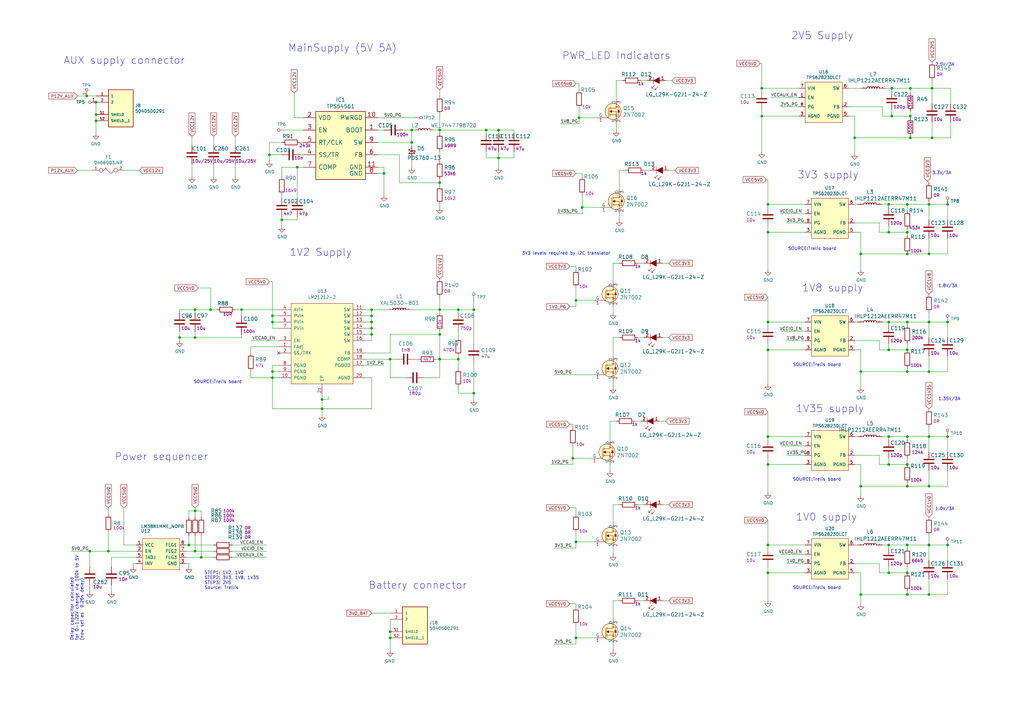
<source format=kicad_sch>
(kicad_sch (version 20211123) (generator eeschema)
  (paper "A3")
  (title_block (title "ECP5 - Datacenter Secure Control Module (DC-SCM)") (rev "1.2.0"))
  (junction (at 314.96 83.82))
  (junction (at 187.96 147.32))
  (junction (at 312.42 36.195))
  (junction (at 204.47 53.34))
  (junction (at 364.49 143.51))
  (junction (at 312.42 47.625))
  (junction (at 372.11 132.08))
  (junction (at 314.96 223.52))
  (junction (at 314.96 95.25))
  (junction (at 121.92 68.58))
  (junction (at 364.49 179.07))
  (junction (at 111.76 154.94))
  (junction (at 39.37 46.99))
  (junction (at 353.06 199.39))
  (junction (at 168.91 53.34))
  (junction (at 364.49 83.82))
  (junction (at 381 179.07))
  (junction (at 180.34 127))
  (junction (at 36.83 226.06))
  (junction (at 152.4 127))
  (junction (at 381 104.14))
  (junction (at 372.11 152.4))
  (junction (at 314.96 179.07))
  (junction (at 82.55 228.6))
  (junction (at 160.02 261.62))
  (junction (at 160.02 259.08))
  (junction (at 314.96 132.08))
  (junction (at 199.39 53.34))
  (junction (at 44.45 226.06))
  (junction (at 365.76 47.625))
  (junction (at 372.11 199.39))
  (junction (at 236.22 261.62))
  (junction (at 187.96 127))
  (junction (at 314.96 143.51))
  (junction (at 152.4 132.08))
  (junction (at 110.49 63.5))
  (junction (at 382.27 36.195))
  (junction (at 382.27 56.515))
  (junction (at 86.36 127))
  (junction (at 73.66 138.43))
  (junction (at 372.11 83.82))
  (junction (at 132.08 163.83))
  (junction (at 372.11 95.25))
  (junction (at 237.49 48.26))
  (junction (at 80.01 209.55))
  (junction (at 364.49 190.5))
  (junction (at 372.11 223.52))
  (junction (at 388.62 83.82))
  (junction (at 168.91 58.42))
  (junction (at 236.22 222.25))
  (junction (at 80.01 127))
  (junction (at 381 83.82))
  (junction (at 372.11 190.5))
  (junction (at 314.96 190.5))
  (junction (at 152.4 137.16))
  (junction (at 364.49 132.08))
  (junction (at 388.62 223.52))
  (junction (at 80.01 138.43))
  (junction (at 372.11 243.84))
  (junction (at 39.37 41.91))
  (junction (at 157.48 71.12))
  (junction (at 372.11 234.95))
  (junction (at 111.76 152.4))
  (junction (at 372.11 143.51))
  (junction (at 194.31 161.29))
  (junction (at 381 223.52))
  (junction (at 160.02 147.32))
  (junction (at 364.49 234.95))
  (junction (at 180.34 147.32))
  (junction (at 364.49 223.52))
  (junction (at 372.11 179.07))
  (junction (at 111.76 129.54))
  (junction (at 381 152.4))
  (junction (at 381 132.08))
  (junction (at 365.76 36.195))
  (junction (at 350.52 56.515))
  (junction (at 152.4 134.62))
  (junction (at 372.11 104.14))
  (junction (at 236.22 123.19))
  (junction (at 111.76 132.08))
  (junction (at 77.47 223.52))
  (junction (at 388.62 132.08))
  (junction (at 353.06 243.84))
  (junction (at 35.56 39.37))
  (junction (at 353.06 152.4))
  (junction (at 180.34 53.34))
  (junction (at 381 243.84))
  (junction (at 373.38 36.195))
  (junction (at 132.08 167.64))
  (junction (at 388.62 179.07))
  (junction (at 180.34 74.93))
  (junction (at 381 199.39))
  (junction (at 180.34 137.16))
  (junction (at 353.06 104.14))
  (junction (at 234.95 187.96))
  (junction (at 80.01 226.06))
  (junction (at 115.57 90.17))
  (junction (at 373.38 56.515))
  (junction (at 314.96 234.95))
  (junction (at 152.4 129.54))
  (junction (at 194.31 127))
  (junction (at 204.47 64.77))
  (junction (at 364.49 95.25))
  (junction (at 99.06 127))
  (junction (at 39.37 49.53))
  (junction (at 238.76 85.09))
  (junction (at 373.38 47.625))
  (no_connect (at -15.875 145.415))
  (no_connect (at 114.3 144.78))
  (wire (pts (xy 55.88 231.14) (xy 54.61 231.14)))
  (wire (pts (xy 365.76 36.195) (xy 373.38 36.195)))
  (wire (pts (xy 110.49 58.42) (xy 110.49 63.5)))
  (wire (pts (xy 314.96 83.82) (xy 314.96 85.09)))
  (wire (pts (xy 364.49 95.25) (xy 360.68 95.25)))
  (wire (pts (xy 204.47 53.34) (xy 210.82 53.34)))
  (wire (pts (xy 77.47 219.71) (xy 77.47 223.52)))
  (wire (pts (xy 381 179.07) (xy 388.62 179.07)))
  (wire (pts (xy 111.76 134.62) (xy 111.76 132.08)))
  (wire (pts (xy 381 83.82) (xy 388.62 83.82)))
  (wire (pts (xy 322.58 139.7) (xy 330.2 139.7)))
  (wire (pts (xy 312.42 26.035) (xy 312.42 36.195)))
  (wire (pts (xy 381 199.39) (xy 372.11 199.39)))
  (wire (pts (xy 111.76 115.57) (xy 110.49 115.57)))
  (wire (pts (xy 353.06 243.84) (xy 372.11 243.84)))
  (wire (pts (xy 149.86 144.78) (xy 160.02 144.78)))
  (wire (pts (xy 168.91 53.34) (xy 168.91 58.42)))
  (wire (pts (xy 73.66 127) (xy 80.01 127)))
  (wire (pts (xy 95.25 226.06) (xy 109.22 226.06)))
  (wire (pts (xy 251.46 207.01) (xy 251.46 214.63)))
  (wire (pts (xy 372.11 223.52) (xy 372.11 224.79)))
  (wire (pts (xy 361.95 223.52) (xy 364.49 223.52)))
  (wire (pts (xy 132.08 170.18) (xy 132.08 167.64)))
  (wire (pts (xy 160.02 259.08) (xy 160.02 254)))
  (wire (pts (xy 365.76 36.195) (xy 365.76 37.465)))
  (wire (pts (xy 152.4 129.54) (xy 149.86 129.54)))
  (wire (pts (xy 180.34 154.94) (xy 180.34 147.32)))
  (wire (pts (xy 152.4 134.62) (xy 152.4 132.08)))
  (wire (pts (xy 226.06 190.5) (xy 234.95 190.5)))
  (wire (pts (xy 115.57 90.17) (xy 121.92 90.17)))
  (wire (pts (xy 180.34 147.32) (xy 187.96 147.32)))
  (wire (pts (xy 210.82 64.77) (xy 210.82 62.23)))
  (wire (pts (xy 95.25 228.6) (xy 109.22 228.6)))
  (wire (pts (xy 320.04 43.815) (xy 327.66 43.815)))
  (wire (pts (xy 36.83 226.06) (xy 44.45 226.06)))
  (wire (pts (xy 314.96 73.66) (xy 313.69 73.66)))
  (wire (pts (xy 361.95 132.08) (xy 364.49 132.08)))
  (wire (pts (xy 236.22 222.25) (xy 243.84 222.25)))
  (wire (pts (xy 199.39 64.77) (xy 204.47 64.77)))
  (wire (pts (xy 80.01 219.71) (xy 80.01 226.06)))
  (wire (pts (xy 99.06 137.16) (xy 99.06 138.43)))
  (wire (pts (xy 204.47 62.23) (xy 204.47 64.77)))
  (wire (pts (xy 199.39 54.61) (xy 199.39 53.34)))
  (wire (pts (xy 381 132.08) (xy 388.62 132.08)))
  (wire (pts (xy 160.02 154.94) (xy 166.37 154.94)))
  (wire (pts (xy 236.22 261.62) (xy 243.84 261.62)))
  (wire (pts (xy 187.96 146.05) (xy 187.96 147.32)))
  (wire (pts (xy 236.22 118.11) (xy 236.22 123.19)))
  (wire (pts (xy 347.98 36.195) (xy 353.06 36.195)))
  (wire (pts (xy 36.83 232.41) (xy 36.83 226.06)))
  (wire (pts (xy 314.96 132.08) (xy 314.96 133.35)))
  (wire (pts (xy 236.22 208.28) (xy 233.68 208.28)))
  (wire (pts (xy 270.51 172.72) (xy 273.05 172.72)))
  (wire (pts (xy 364.49 179.07) (xy 372.11 179.07)))
  (wire (pts (xy 381 243.84) (xy 372.11 243.84)))
  (wire (pts (xy 351.79 223.52) (xy 350.52 223.52)))
  (wire (pts (xy 314.96 190.5) (xy 314.96 201.93)))
  (wire (pts (xy 261.62 107.95) (xy 264.16 107.95)))
  (wire (pts (xy 180.34 53.34) (xy 180.34 54.61)))
  (wire (pts (xy 38.1 69.85) (xy 31.75 69.85)))
  (wire (pts (xy 73.66 135.89) (xy 73.66 138.43)))
  (wire (pts (xy 353.06 104.14) (xy 353.06 95.25)))
  (wire (pts (xy 382.27 56.515) (xy 373.38 56.515)))
  (wire (pts (xy 96.52 59.69) (xy 96.52 55.88)))
  (wire (pts (xy 177.8 53.34) (xy 180.34 53.34)))
  (wire (pts (xy 360.68 95.25) (xy 360.68 91.44)))
  (wire (pts (xy 312.42 36.195) (xy 327.66 36.195)))
  (wire (pts (xy 252.73 33.02) (xy 255.27 33.02)))
  (wire (pts (xy 152.4 134.62) (xy 149.86 134.62)))
  (wire (pts (xy 372.11 232.41) (xy 372.11 234.95)))
  (wire (pts (xy 372.11 179.07) (xy 372.11 180.34)))
  (wire (pts (xy 388.62 199.39) (xy 381 199.39)))
  (wire (pts (xy 78.74 59.69) (xy 78.74 55.88)))
  (wire (pts (xy 330.2 234.95) (xy 314.96 234.95)))
  (wire (pts (xy 353.06 152.4) (xy 353.06 143.51)))
  (wire (pts (xy 237.49 48.26) (xy 245.11 48.26)))
  (wire (pts (xy 160.02 137.16) (xy 180.34 137.16)))
  (wire (pts (xy 237.49 48.26) (xy 237.49 50.8)))
  (wire (pts (xy 114.3 132.08) (xy 111.76 132.08)))
  (wire (pts (xy 388.62 146.05) (xy 388.62 152.4)))
  (wire (pts (xy 204.47 64.77) (xy 204.47 68.58)))
  (wire (pts (xy 365.76 47.625) (xy 361.95 47.625)))
  (wire (pts (xy 179.07 147.32) (xy 180.34 147.32)))
  (wire (pts (xy 353.06 152.4) (xy 372.11 152.4)))
  (wire (pts (xy 236.22 109.22) (xy 233.68 109.22)))
  (wire (pts (xy 388.62 179.07) (xy 388.62 185.42)))
  (wire (pts (xy 114.3 134.62) (xy 111.76 134.62)))
  (wire (pts (xy 170.18 147.32) (xy 171.45 147.32)))
  (wire (pts (xy 353.06 158.75) (xy 353.06 152.4)))
  (wire (pts (xy 152.4 139.7) (xy 152.4 137.16)))
  (wire (pts (xy 373.38 36.195) (xy 373.38 38.1)))
  (wire (pts (xy 381 223.52) (xy 388.62 223.52)))
  (wire (pts (xy 237.49 34.29) (xy 237.49 36.83)))
  (wire (pts (xy 115.57 88.9) (xy 115.57 90.17)))
  (wire (pts (xy 254 90.17) (xy 254 87.63)))
  (wire (pts (xy 381 175.26) (xy 381 179.07)))
  (wire (pts (xy 251.46 158.75) (xy 251.46 156.21)))
  (wire (pts (xy 111.76 167.64) (xy 111.76 154.94)))
  (wire (pts (xy 123.19 58.42) (xy 124.46 58.42)))
  (wire (pts (xy 251.46 107.95) (xy 254 107.95)))
  (wire (pts (xy 372.11 187.96) (xy 372.11 190.5)))
  (wire (pts (xy 322.58 91.44) (xy 330.2 91.44)))
  (wire (pts (xy 238.76 71.12) (xy 236.22 71.12)))
  (wire (pts (xy 39.37 54.61) (xy 39.37 49.53)))
  (wire (pts (xy 77.47 212.09) (xy 77.47 209.55)))
  (wire (pts (xy 330.2 182.88) (xy 320.04 182.88)))
  (wire (pts (xy 115.57 90.17) (xy 115.57 92.71)))
  (wire (pts (xy 364.49 187.96) (xy 364.49 190.5)))
  (wire (pts (xy 76.2 226.06) (xy 80.01 226.06)))
  (wire (pts (xy 351.79 83.82) (xy 350.52 83.82)))
  (wire (pts (xy 353.06 234.95) (xy 350.52 234.95)))
  (wire (pts (xy 364.49 92.71) (xy 364.49 95.25)))
  (wire (pts (xy 353.06 95.25) (xy 350.52 95.25)))
  (wire (pts (xy 361.95 179.07) (xy 364.49 179.07)))
  (wire (pts (xy 353.06 190.5) (xy 350.52 190.5)))
  (wire (pts (xy 111.76 132.08) (xy 111.76 129.54)))
  (wire (pts (xy 44.45 210.82) (xy 44.45 208.28)))
  (wire (pts (xy 45.72 240.03) (xy 45.72 242.57)))
  (wire (pts (xy 360.68 91.44) (xy 350.52 91.44)))
  (wire (pts (xy 261.62 246.38) (xy 264.16 246.38)))
  (wire (pts (xy 73.66 127) (xy 73.66 128.27)))
  (wire (pts (xy 238.76 71.12) (xy 238.76 72.39)))
  (wire (pts (xy 187.96 158.75) (xy 187.96 161.29)))
  (wire (pts (xy 271.78 207.01) (xy 274.32 207.01)))
  (wire (pts (xy 251.46 207.01) (xy 254 207.01)))
  (wire (pts (xy 187.96 127) (xy 180.34 127)))
  (wire (pts (xy 353.06 247.65) (xy 353.06 243.84)))
  (wire (pts (xy 372.11 95.25) (xy 372.11 96.52)))
  (wire (pts (xy 163.83 63.5) (xy 163.83 74.93)))
  (wire (pts (xy 227.33 224.79) (xy 236.22 224.79)))
  (wire (pts (xy 312.42 45.085) (xy 312.42 47.625)))
  (wire (pts (xy 264.16 69.85) (xy 266.7 69.85)))
  (wire (pts (xy 372.11 140.97) (xy 372.11 143.51)))
  (wire (pts (xy 234.95 187.96) (xy 242.57 187.96)))
  (wire (pts (xy 165.1 53.34) (xy 168.91 53.34)))
  (wire (pts (xy 372.11 223.52) (xy 381 223.52)))
  (wire (pts (xy 111.76 154.94) (xy 114.3 154.94)))
  (wire (pts (xy 168.91 127) (xy 180.34 127)))
  (wire (pts (xy 364.49 179.07) (xy 364.49 180.34)))
  (wire (pts (xy 102.87 142.24) (xy 102.87 144.78)))
  (wire (pts (xy 381 152.4) (xy 372.11 152.4)))
  (wire (pts (xy 327.66 40.005) (xy 316.23 40.005)))
  (wire (pts (xy 254 69.85) (xy 256.54 69.85)))
  (wire (pts (xy 262.89 33.02) (xy 265.43 33.02)))
  (wire (pts (xy 271.78 138.43) (xy 274.32 138.43)))
  (wire (pts (xy 260.35 172.72) (xy 262.89 172.72)))
  (wire (pts (xy 314.96 121.92) (xy 314.96 132.08)))
  (wire (pts (xy 99.06 127) (xy 114.3 127)))
  (wire (pts (xy 314.96 140.97) (xy 314.96 143.51)))
  (wire (pts (xy 388.62 223.52) (xy 388.62 229.87)))
  (wire (pts (xy 236.22 208.28) (xy 236.22 210.82)))
  (wire (pts (xy 364.49 140.97) (xy 364.49 143.51)))
  (wire (pts (xy 187.96 127) (xy 194.31 127)))
  (wire (pts (xy 314.96 95.25) (xy 314.96 110.49)))
  (wire (pts (xy 82.55 209.55) (xy 82.55 212.09)))
  (wire (pts (xy 251.46 138.43) (xy 254 138.43)))
  (wire (pts (xy 120.65 48.26) (xy 120.65 38.1)))
  (wire (pts (xy 350.52 56.515) (xy 350.52 62.865)))
  (wire (pts (xy 36.83 240.03) (xy 36.83 242.57)))
  (wire (pts (xy 314.96 232.41) (xy 314.96 234.95)))
  (wire (pts (xy 199.39 62.23) (xy 199.39 64.77)))
  (wire (pts (xy 273.05 33.02) (xy 275.59 33.02)))
  (wire (pts (xy 261.62 207.01) (xy 264.16 207.01)))
  (wire (pts (xy 121.92 68.58) (xy 124.46 68.58)))
  (wire (pts (xy 168.91 58.42) (xy 168.91 59.69)))
  (wire (pts (xy 234.95 173.99) (xy 234.95 175.26)))
  (wire (pts (xy 187.96 161.29) (xy 194.31 161.29)))
  (wire (pts (xy 80.01 138.43) (xy 73.66 138.43)))
  (wire (pts (xy 234.95 182.88) (xy 234.95 187.96)))
  (wire (pts (xy 80.01 209.55) (xy 82.55 209.55)))
  (wire (pts (xy 111.76 154.94) (xy 111.76 152.4)))
  (wire (pts (xy 236.22 261.62) (xy 236.22 264.16)))
  (wire (pts (xy 78.74 72.39) (xy 78.74 67.31)))
  (wire (pts (xy 364.49 132.08) (xy 364.49 133.35)))
  (wire (pts (xy 149.86 127) (xy 152.4 127)))
  (wire (pts (xy 364.49 190.5) (xy 360.68 190.5)))
  (wire (pts (xy 364.49 234.95) (xy 360.68 234.95)))
  (wire (pts (xy 194.31 123.19) (xy 194.31 127)))
  (wire (pts (xy 314.96 223.52) (xy 330.2 223.52)))
  (wire (pts (xy 152.4 132.08) (xy 149.86 132.08)))
  (wire (pts (xy 39.37 46.99) (xy 39.37 41.91)))
  (wire (pts (xy 154.94 53.34) (xy 157.48 53.34)))
  (wire (pts (xy 381 237.49) (xy 381 243.84)))
  (wire (pts (xy 180.34 76.2) (xy 180.34 74.93)))
  (wire (pts (xy 314.96 73.66) (xy 314.96 83.82)))
  (wire (pts (xy 314.96 92.71) (xy 314.96 95.25)))
  (wire (pts (xy 80.01 127) (xy 80.01 128.27)))
  (wire (pts (xy 382.27 50.165) (xy 382.27 56.515)))
  (wire (pts (xy 199.39 53.34) (xy 204.47 53.34)))
  (wire (pts (xy 250.19 172.72) (xy 252.73 172.72)))
  (wire (pts (xy 360.68 143.51) (xy 360.68 139.7)))
  (wire (pts (xy 312.42 36.195) (xy 312.42 37.465)))
  (wire (pts (xy 314.96 179.07) (xy 314.96 180.34)))
  (wire (pts (xy 96.52 127) (xy 99.06 127)))
  (wire (pts (xy 77.47 231.14) (xy 76.2 231.14)))
  (wire (pts (xy 87.63 59.69) (xy 87.63 55.88)))
  (wire (pts (xy 372.11 190.5) (xy 364.49 190.5)))
  (wire (pts (xy 152.4 132.08) (xy 152.4 129.54)))
  (wire (pts (xy 388.62 104.14) (xy 381 104.14)))
  (wire (pts (xy 314.96 234.95) (xy 314.96 246.38)))
  (wire (pts (xy 152.4 167.64) (xy 152.4 154.94)))
  (wire (pts (xy 381 128.27) (xy 381 132.08)))
  (wire (pts (xy 314.96 179.07) (xy 330.2 179.07)))
  (wire (pts (xy 360.68 186.69) (xy 350.52 186.69)))
  (wire (pts (xy 45.72 228.6) (xy 55.88 228.6)))
  (wire (pts (xy 80.01 208.28) (xy 80.01 209.55)))
  (wire (pts (xy 180.34 46.99) (xy 180.34 53.34)))
  (wire (pts (xy 330.2 87.63) (xy 320.04 87.63)))
  (wire (pts (xy 87.63 72.39) (xy 87.63 67.31)))
  (wire (pts (xy 160.02 147.32) (xy 162.56 147.32)))
  (wire (pts (xy 80.01 212.09) (xy 80.01 209.55)))
  (wire (pts (xy 229.87 50.8) (xy 237.49 50.8)))
  (wire (pts (xy 314.96 213.36) (xy 314.96 223.52)))
  (wire (pts (xy 180.34 85.09) (xy 180.34 83.82)))
  (wire (pts (xy 227.33 264.16) (xy 236.22 264.16)))
  (wire (pts (xy 373.38 55.88) (xy 373.38 56.515)))
  (wire (pts (xy 372.11 83.82) (xy 381 83.82)))
  (wire (pts (xy 372.11 83.82) (xy 372.11 86.36)))
  (wire (pts (xy 180.34 74.93) (xy 180.34 73.66)))
  (wire (pts (xy 388.62 97.79) (xy 388.62 104.14)))
  (wire (pts (xy 238.76 85.09) (xy 238.76 87.63)))
  (wire (pts (xy 389.89 50.165) (xy 389.89 56.515)))
  (wire (pts (xy 45.72 228.6) (xy 45.72 232.41)))
  (wire (pts (xy 327.66 47.625) (xy 312.42 47.625)))
  (wire (pts (xy 314.96 143.51) (xy 314.96 157.48)))
  (wire (pts (xy 372.11 234.95) (xy 364.49 234.95)))
  (wire (pts (xy 111.76 115.57) (xy 111.76 129.54)))
  (wire (pts (xy 238.76 85.09) (xy 246.38 85.09)))
  (wire (pts (xy 99.06 138.43) (xy 80.01 138.43)))
  (wire (pts (xy 274.32 69.85) (xy 276.86 69.85)))
  (wire (pts (xy 180.34 39.37) (xy 180.34 36.83)))
  (wire (pts (xy 381 223.52) (xy 381 229.87)))
  (wire (pts (xy 236.22 123.19) (xy 236.22 125.73)))
  (wire (pts (xy 236.22 247.65) (xy 233.68 247.65)))
  (wire (pts (xy 350.52 47.625) (xy 347.98 47.625)))
  (wire (pts (xy 251.46 246.38) (xy 251.46 254)))
  (wire (pts (xy 132.08 167.64) (xy 132.08 163.83)))
  (wire (pts (xy 314.96 132.08) (xy 330.2 132.08)))
  (wire (pts (xy 330.2 135.89) (xy 320.04 135.89)))
  (wire (pts (xy 381 83.82) (xy 381 90.17)))
  (wire (pts (xy 77.47 223.52) (xy 87.63 223.52)))
  (wire (pts (xy 110.49 66.04) (xy 110.49 63.5)))
  (wire (pts (xy 360.68 190.5) (xy 360.68 186.69)))
  (wire (pts (xy 251.46 138.43) (xy 251.46 146.05)))
  (wire (pts (xy 360.68 139.7) (xy 350.52 139.7)))
  (wire (pts (xy 372.11 95.25) (xy 364.49 95.25)))
  (wire (pts (xy 330.2 227.33) (xy 320.04 227.33)))
  (wire (pts (xy 187.96 147.32) (xy 187.96 151.13)))
  (wire (pts (xy 77.47 232.41) (xy 77.47 231.14)))
  (wire (pts (xy 365.76 45.085) (xy 365.76 47.625)))
  (wire (pts (xy 351.79 132.08) (xy 350.52 132.08)))
  (wire (pts (xy 152.4 154.94) (xy 149.86 154.94)))
  (wire (pts (xy 163.83 74.93) (xy 180.34 74.93)))
  (wire (pts (xy 373.38 47.625) (xy 373.38 48.26)))
  (wire (pts (xy 111.76 129.54) (xy 114.3 129.54)))
  (wire (pts (xy 381 179.07) (xy 381 185.42)))
  (wire (pts (xy 168.91 53.34) (xy 170.18 53.34)))
  (wire (pts (xy 194.31 148.59) (xy 194.31 161.29)))
  (wire (pts (xy 261.62 138.43) (xy 264.16 138.43)))
  (wire (pts (xy 314.96 83.82) (xy 330.2 83.82)))
  (wire (pts (xy 102.87 152.4) (xy 102.87 154.94)))
  (wire (pts (xy 360.68 234.95) (xy 360.68 231.14)))
  (wire (pts (xy 96.52 72.39) (xy 96.52 67.31)))
  (wire (pts (xy 353.06 110.49) (xy 353.06 104.14)))
  (wire (pts (xy 389.89 56.515) (xy 382.27 56.515)))
  (wire (pts (xy 353.06 104.14) (xy 372.11 104.14)))
  (wire (pts (xy 76.2 228.6) (xy 82.55 228.6)))
  (wire (pts (xy 236.22 109.22) (xy 236.22 110.49)))
  (wire (pts (xy 388.62 237.49) (xy 388.62 243.84)))
  (wire (pts (xy 152.4 137.16) (xy 152.4 134.62)))
  (wire (pts (xy 149.86 149.86) (xy 157.48 149.86)))
  (wire (pts (xy 99.06 127) (xy 99.06 129.54)))
  (wire (pts (xy 154.94 68.58) (xy 157.48 68.58)))
  (wire (pts (xy 160.02 261.62) (xy 160.02 259.08)))
  (wire (pts (xy 82.55 228.6) (xy 87.63 228.6)))
  (wire (pts (xy 54.61 231.14) (xy 54.61 232.41)))
  (wire (pts (xy 160.02 266.7) (xy 160.02 261.62)))
  (wire (pts (xy 39.37 49.53) (xy 39.37 46.99)))
  (wire (pts (xy 121.92 81.28) (xy 121.92 68.58)))
  (wire (pts (xy 44.45 226.06) (xy 55.88 226.06)))
  (wire (pts (xy 314.96 187.96) (xy 314.96 190.5)))
  (wire (pts (xy 373.38 47.625) (xy 365.76 47.625)))
  (wire (pts (xy 353.06 203.2) (xy 353.06 199.39)))
  (wire (pts (xy 76.2 223.52) (xy 77.47 223.52)))
  (wire (pts (xy 382.27 33.02) (xy 382.27 36.195)))
  (wire (pts (xy 252.73 53.34) (xy 252.73 50.8)))
  (wire (pts (xy 236.22 247.65) (xy 236.22 248.92)))
  (wire (pts (xy 372.11 93.98) (xy 372.11 95.25)))
  (wire (pts (xy 251.46 246.38) (xy 254 246.38)))
  (wire (pts (xy 39.37 39.37) (xy 35.56 39.37)))
  (wire (pts (xy 363.22 36.195) (xy 365.76 36.195)))
  (wire (pts (xy 234.95 173.99) (xy 233.68 173.99)))
  (wire (pts (xy 372.11 179.07) (xy 381 179.07)))
  (wire (pts (xy 373.38 36.195) (xy 382.27 36.195)))
  (wire (pts (xy 372.11 151.13) (xy 372.11 152.4)))
  (wire (pts (xy 251.46 266.7) (xy 251.46 264.16)))
  (wire (pts (xy 250.19 193.04) (xy 250.19 190.5)))
  (wire (pts (xy 132.08 167.64) (xy 111.76 167.64)))
  (wire (pts (xy 180.34 53.34) (xy 199.39 53.34)))
  (wire (pts (xy 314.96 223.52) (xy 314.96 224.79)))
  (wire (pts (xy 86.36 118.11) (xy 86.36 127)))
  (wire (pts (xy 115.57 58.42) (xy 110.49 58.42)))
  (wire (pts (xy 372.11 198.12) (xy 372.11 199.39)))
  (wire (pts (xy 364.49 223.52) (xy 364.49 224.79)))
  (wire (pts (xy 86.36 127) (xy 88.9 127)))
  (wire (pts (xy 210.82 53.34) (xy 210.82 54.61)))
  (wire (pts (xy 160.02 154.94) (xy 160.02 147.32)))
  (wire (pts (xy 254 69.85) (xy 254 77.47)))
  (wire (pts (xy 124.46 48.26) (xy 120.65 48.26)))
  (wire (pts (xy 388.62 243.84) (xy 381 243.84)))
  (wire (pts (xy 233.68 125.73) (xy 236.22 125.73)))
  (wire (pts (xy 353.06 199.39) (xy 372.11 199.39)))
  (wire (pts (xy 237.49 44.45) (xy 237.49 48.26)))
  (wire (pts (xy 102.87 154.94) (xy 111.76 154.94)))
  (wire (pts (xy 55.88 223.52) (xy 50.8 223.52)))
  (wire (pts (xy 351.79 179.07) (xy 350.52 179.07)))
  (wire (pts (xy 152.4 129.54) (xy 152.4 127)))
  (wire (pts (xy 388.62 83.82) (xy 388.62 90.17)))
  (wire (pts (xy 86.36 118.11) (xy 81.28 118.11)))
  (wire (pts (xy 236.22 222.25) (xy 236.22 224.79)))
  (wire (pts (xy 382.27 36.195) (xy 382.27 42.545)))
  (wire (pts (xy 364.49 83.82) (xy 364.49 85.09)))
  (wire (pts (xy 173.99 154.94) (xy 180.34 154.94)))
  (wire (pts (xy 382.27 36.195) (xy 389.89 36.195)))
  (wire (pts (xy 157.48 71.12) (xy 157.48 80.01)))
  (wire (pts (xy 381 132.08) (xy 381 138.43)))
  (wire (pts (xy 236.22 123.19) (xy 243.84 123.19)))
  (wire (pts (xy 111.76 152.4) (xy 111.76 149.86)))
  (wire (pts (xy 80.01 135.89) (xy 80.01 138.43)))
  (wire (pts (xy 353.06 243.84) (xy 353.06 234.95)))
  (wire (pts (xy 114.3 139.7) (xy 102.87 139.7)))
  (wire (pts (xy 322.58 231.14) (xy 330.2 231.14)))
  (wire (pts (xy 372.11 143.51) (xy 364.49 143.51)))
  (wire (pts (xy 194.31 161.29) (xy 194.31 163.83)))
  (wire (pts (xy 124.46 63.5) (xy 123.19 63.5)))
  (wire (pts (xy 180.34 135.89) (xy 180.34 137.16)))
  (wire (pts (xy 330.2 143.51) (xy 314.96 143.51)))
  (wire (pts (xy 187.96 135.89) (xy 187.96 138.43)))
  (wire (pts (xy 312.42 26.035) (xy 311.785 26.035)))
  (wire (pts (xy 160.02 147.32) (xy 149.86 147.32)))
  (wire (pts (xy 364.49 143.51) (xy 360.68 143.51)))
  (wire (pts (xy 77.47 209.55) (xy 80.01 209.55)))
  (wire (pts (xy 80.01 226.06) (xy 87.63 226.06)))
  (wire (pts (xy 312.42 47.625) (xy 312.42 62.23)))
  (wire (pts (xy 50.8 208.28) (xy 50.8 223.52)))
  (wire (pts (xy 115.57 63.5) (xy 110.49 63.5)))
  (wire (pts (xy 180.34 137.16) (xy 180.34 147.32)))
  (wire (pts (xy 82.55 219.71) (xy 82.55 228.6)))
  (wire (pts (xy 115.57 81.28) (xy 115.57 80.01)))
  (wire (pts (xy 157.48 68.58) (xy 157.48 71.12)))
  (wire (pts (xy 271.78 246.38) (xy 274.32 246.38)))
  (wire (pts (xy 234.95 187.96) (xy 234.95 190.5)))
  (wire (pts (xy 180.34 66.04) (xy 180.34 62.23)))
  (wire (pts (xy 73.66 139.7) (xy 73.66 138.43)))
  (wire (pts (xy 271.78 107.95) (xy 274.32 107.95)))
  (wire (pts (xy 373.38 45.72) (xy 373.38 47.625)))
  (wire (pts (xy 121.92 90.17) (xy 121.92 88.9)))
  (wire (pts (xy 227.33 153.67) (xy 243.84 153.67)))
  (wire (pts (xy 132.08 163.83) (xy 134.62 163.83)))
  (wire (pts (xy 152.4 137.16) (xy 149.86 137.16)))
  (wire (pts (xy 361.95 83.82) (xy 364.49 83.82)))
  (wire (pts (xy 180.34 121.92) (xy 180.34 127)))
  (wire (pts (xy 228.6 87.63) (xy 238.76 87.63)))
  (wire (pts (xy 238.76 80.01) (xy 238.76 85.09)))
  (wire (pts (xy 322.58 186.69) (xy 330.2 186.69)))
  (wire (pts (xy 160.02 144.78) (xy 160.02 137.16)))
  (wire (pts (xy 154.94 63.5) (xy 163.83 63.5)))
  (wire (pts (xy 154.94 58.42) (xy 168.91 58.42)))
  (wire (pts (xy 152.4 127) (xy 158.75 127)))
  (wire (pts (xy 237.49 34.29) (xy 236.22 34.29)))
  (wire (pts (xy 50.8 69.85) (xy 57.15 69.85)))
  (wire (pts (xy 204.47 54.61) (xy 204.47 53.34)))
  (wire (pts (xy 154.94 48.26) (xy 170.18 48.26)))
  (wire (pts (xy 381 146.05) (xy 381 152.4)))
  (wire (pts (xy 132.08 167.64) (xy 152.4 167.64)))
  (wire (pts (xy 44.45 218.44) (xy 44.45 226.06)))
  (wire (pts (xy 160.02 251.46) (xy 152.4 251.46)))
  (wire (pts (xy 350.52 56.515) (xy 373.38 56.515)))
  (wire (pts (xy 381 193.04) (xy 381 199.39)))
  (wire (pts (xy 124.46 53.34) (xy 116.84 53.34)))
  (wire (pts (xy 187.96 127) (xy 187.96 128.27)))
  (wire (pts (xy 364.49 83.82) (xy 372.11 83.82)))
  (wire (pts (xy 381 97.79) (xy 381 104.14)))
  (wire (pts (xy 330.2 95.25) (xy 314.96 95.25)))
  (wire (pts (xy 353.06 143.51) (xy 350.52 143.51)))
  (wire (pts (xy 236.22 256.54) (xy 236.22 261.62)))
  (wire (pts (xy 372.11 132.08) (xy 372.11 133.35)))
  (wire (pts (xy 381 104.14) (xy 372.11 104.14)))
  (wire (pts (xy 236.22 218.44) (xy 236.22 222.25)))
  (wire (pts (xy 102.87 142.24) (xy 114.3 142.24)))
  (wire (pts (xy 132.08 163.83) (xy 132.08 162.56)))
  (wire (pts (xy 381 219.71) (xy 381 223.52)))
  (wire (pts (xy 251.46 107.95) (xy 251.46 115.57)))
  (wire (pts (xy 252.73 33.02) (xy 252.73 40.64)))
  (wire (pts (xy 381 74.93) (xy 380.365 74.295)))
  (wire (pts (xy 388.62 152.4) (xy 381 152.4)))
  (wire (pts (xy 251.46 227.33) (xy 251.46 224.79)))
  (wire (pts (xy 350.52 47.625) (xy 350.52 56.515)))
  (wire (pts (xy 115.57 68.58) (xy 115.57 72.39)))
  (wire (pts (xy 29.21 226.06) (xy 36.83 226.06)))
  (wire (pts (xy 114.3 152.4) (xy 111.76 152.4)))
  (wire (pts (xy 372.11 132.08) (xy 381 132.08)))
  (wire (pts (xy 361.95 43.815) (xy 347.98 43.815)))
  (wire (pts (xy 389.89 36.195) (xy 389.89 42.545)))
  (wire (pts (xy 381 82.55) (xy 381 83.82)))
  (wire (pts (xy 353.06 199.39) (xy 353.06 190.5)))
  (wire (pts (xy 361.95 47.625) (xy 361.95 43.815)))
  (wire (pts (xy 149.86 139.7) (xy 152.4 139.7)))
  (wire (pts (xy 115.57 68.58) (xy 121.92 68.58)))
  (wire (pts (xy 372.11 242.57) (xy 372.11 243.84)))
  (wire (pts (xy 251.46 128.27) (xy 251.46 125.73)))
  (wire (pts (xy 330.2 190.5) (xy 314.96 190.5)))
  (wire (pts (xy 364.49 232.41) (xy 364.49 234.95)))
  (wire (pts (xy 314.96 168.91) (xy 314.96 179.07)))
  (wire (pts (xy 194.31 127) (xy 194.31 140.97)))
  (wire (pts (xy 364.49 132.08) (xy 372.11 132.08)))
  (wire (pts (xy 80.01 127) (xy 86.36 127)))
  (wire (pts (xy 35.56 39.37) (xy 31.75 39.37)))
  (wire (pts (xy 250.19 172.72) (xy 250.19 180.34)))
  (wire (pts (xy 388.62 193.04) (xy 388.62 199.39)))
  (wire (pts (xy 360.68 231.14) (xy 350.52 231.14)))
  (wire (pts (xy 364.49 223.52) (xy 372.11 223.52)))
  (wire (pts (xy 180.34 127) (xy 180.34 128.27)))
  (wire (pts (xy 95.25 223.52) (xy 109.22 223.52)))
  (wire (pts (xy 154.94 71.12) (xy 157.48 71.12)))
  (wire (pts (xy 111.76 149.86) (xy 114.3 149.86)))
  (wire (pts (xy 168.91 64.77) (xy 168.91 68.58)))
  (wire (pts (xy 134.62 163.83) (xy 134.62 162.56)))
  (wire (pts (xy 388.62 132.08) (xy 388.62 138.43)))
  (wire (pts (xy 204.47 64.77) (xy 210.82 64.77)))
  (text "2V5 Supply" (at 324.485 16.51 0) (effects (font (size 2.9972 2.9972)) (justify left bottom)))
  (text "SOURCE:Trelis board" (at 79.375 157.48 0) (effects (font (size 1.27 1.27)) (justify left bottom)))
  (text "1V8 supply" (at 328.93 120.015 0) (effects (font (size 2.9972 2.9972)) (justify left bottom)))
  (text "1.0V/3A" (at 383.54 209.55 0) (effects (font (size 1.27 1.27)) (justify left bottom)))
  (text "AUX supply connector" (at 26.035 26.67 0) (effects (font (size 2.9972 2.9972)) (justify left bottom)))
  (text "Delay capacitor calculated \nfor 0-1.22V change via 100k to 5V\n(now set as ~{} 0.26s delay)" (at 34.29 262.89 90) (effects (font (size 1.27 1.27)) (justify left bottom)))
  (text "SOURCE:Trelis board" (at 323.215 102.87 0) (effects (font (size 1.27 1.27)) (justify left bottom)))
  (text "1.35V/3A" (at 384.81 164.465 0) (effects (font (size 1.27 1.27)) (justify left bottom)))
  (text "SOURCE:Trelis board" (at 325.12 241.935 0) (effects (font (size 1.27 1.27)) (justify left bottom)))
  (text "1.8V/3A" (at 384.81 118.11 0) (effects (font (size 1.27 1.27)) (justify left bottom)))
  (text "STEP1: 1V2, 1V0\nSTEP2: 3V3, 1V8, 1V35\nSTEP3: 2V5\nSource: Trellis" (at 83.82 241.935 0) (effects (font (size 1.27 1.27)) (justify left bottom)))
  (text "Battery connector" (at 151.13 241.935 0) (effects (font (size 2.9972 2.9972)) (justify left bottom)))
  (text "Power sequencer" (at 46.99 189.23 0) (effects (font (size 2.9972 2.9972)) (justify left bottom)))
  (text "3V3 supply" (at 327.025 73.66 0) (effects (font (size 2.9972 2.9972)) (justify left bottom)))
  (text "3V3 levels required by I2C translator" (at 213.995 104.775 0) (effects (font (size 1.27 1.27)) (justify left bottom)))
  (text "1V2 Supply" (at 118.745 105.41 0) (effects (font (size 2.9972 2.9972)) (justify left bottom)))
  (text "1V35 supply" (at 326.39 169.545 0) (effects (font (size 2.9972 2.9972)) (justify left bottom)))
  (text "SOURCE:Trelis board" (at 325.12 150.495 0) (effects (font (size 1.27 1.27)) (justify left bottom)))
  (text "1V0 supply" (at 326.39 213.995 0) (effects (font (size 2.9972 2.9972)) (justify left bottom)))
  (text "SOURCE:Trelis board" (at 325.12 197.485 0) (effects (font (size 1.27 1.27)) (justify left bottom)))
  (text "MainSupply (5V 5A)" (at 118.11 21.59 0) (effects (font (size 2.9972 2.9972)) (justify left bottom)))
  (text "2.5V/3A" (at 383.54 27.305 0) (effects (font (size 1.27 1.27)) (justify left bottom)))
  (text "PWR_LED Indicators" (at 230.505 24.765 0) (effects (font (size 2.9972 2.9972)) (justify left bottom)))
  (text "3.3V/3A" (at 382.27 71.755 0) (effects (font (size 1.27 1.27)) (justify left bottom)))
  (label "1V35_PG" (at 322.58 186.69 0))
  (label "5V0_PG" (at 29.21 226.06 0))
  (label "VCCIO_EN" (at 328.93 135.89 180))
  (label "VCCAUX_EN" (at 327.025 40.005 180))
  (label "3V3_PG" (at 227.33 224.79 0))
  (label "1V0_PG" (at 322.58 231.14 0))
  (label "5V0_PG" (at 157.48 48.26 0))
  (label "5V0_PG" (at 227.33 153.67 0))
  (label "1V8_PG" (at 229.87 50.8 0))
  (label "VCCIO_EN" (at 107.95 226.06 180))
  (label "VCCAUX_EN" (at 107.95 228.6 180))
  (label "1V2_PG" (at 157.48 149.86 180))
  (label "VCCIO_EN" (at 328.93 87.63 180))
  (label "3V3_PG" (at 322.58 91.44 0))
  (label "VCCA0_EN" (at 113.03 139.7 180))
  (label "2V5_PG" (at 320.04 43.815 0))
  (label "2V5_PG" (at 227.33 264.16 0))
  (label "VCCIO_EN" (at 328.93 182.88 180))
  (label "1V2_PG" (at 226.06 190.5 0))
  (label "VCCA0_EN" (at 328.93 227.33 180))
  (label "1V8_PG" (at 322.58 139.7 0))
  (label "VCCA0_EN" (at 107.95 223.52 180))
  (label "1V35_PG" (at 228.6 87.63 0))
  (global_label "VCC5V0" (shape input) (at 81.28 118.11 180) (property "Intersheet References" "${INTERSHEET_REFS}" (effects hide)))
  (global_label "VCC5V0" (shape input) (at 80.01 208.28 90) (property "Intersheet References" "${INTERSHEET_REFS}" (effects hide)))
  (global_label "VCC3V3" (shape input) (at 276.86 69.85 0) (property "Intersheet References" "${INTERSHEET_REFS}" (effects hide)))
  (global_label "VCC1V35" (shape input) (at 381 167.64 90) (property "Intersheet References" "${INTERSHEET_REFS}" (effects hide)))
  (global_label "VCC5V0" (shape input) (at 314.96 121.92 180) (property "Intersheet References" "${INTERSHEET_REFS}" (effects hide)))
  (global_label "P12V_AUX" (shape input) (at 31.75 69.85 180) (property "Intersheet References" "${INTERSHEET_REFS}" (effects hide)))
  (global_label "VCC5V0" (shape input) (at 233.68 173.99 180) (property "Intersheet References" "${INTERSHEET_REFS}" (effects hide)))
  (global_label "VCC5V0" (shape input) (at 314.96 168.91 180) (property "Intersheet References" "${INTERSHEET_REFS}" (effects hide)))
  (global_label "VCC5V0" (shape input) (at 314.325 73.66 180) (property "Intersheet References" "${INTERSHEET_REFS}" (effects hide)))
  (global_label "VCC5V0" (shape input) (at 236.22 71.12 180) (property "Intersheet References" "${INTERSHEET_REFS}" (effects hide)))
  (global_label "VCC12V" (shape input) (at 120.65 38.1 90) (property "Intersheet References" "${INTERSHEET_REFS}" (effects hide)))
  (global_label "VCC5V0" (shape input) (at 314.96 213.36 180) (property "Intersheet References" "${INTERSHEET_REFS}" (effects hide)))
  (global_label "P12V_AUX" (shape input) (at 31.75 39.37 180) (property "Intersheet References" "${INTERSHEET_REFS}" (effects hide)))
  (global_label "3V0_BAT" (shape input) (at 152.4 251.46 180) (property "Intersheet References" "${INTERSHEET_REFS}" (effects hide)))
  (global_label "VCC5V0" (shape input) (at 44.45 208.28 90) (property "Intersheet References" "${INTERSHEET_REFS}" (effects hide)))
  (global_label "VCC12V" (shape input) (at 78.74 55.88 90) (property "Intersheet References" "${INTERSHEET_REFS}" (effects hide)))
  (global_label "VCC1V0" (shape input) (at 381 212.09 90) (property "Intersheet References" "${INTERSHEET_REFS}" (effects hide)))
  (global_label "VCC2V5" (shape input) (at 382.27 25.4 90) (property "Intersheet References" "${INTERSHEET_REFS}" (effects hide)))
  (global_label "VCC5V0" (shape input) (at 180.34 36.83 90) (property "Intersheet References" "${INTERSHEET_REFS}" (effects hide)))
  (global_label "VCC5V0" (shape input) (at 236.22 34.29 180) (property "Intersheet References" "${INTERSHEET_REFS}" (effects hide)))
  (global_label "VCC12V" (shape input) (at 87.63 55.88 90) (property "Intersheet References" "${INTERSHEET_REFS}" (effects hide)))
  (global_label "VCC3V3" (shape input) (at 233.68 109.22 180) (property "Intersheet References" "${INTERSHEET_REFS}" (effects hide)))
  (global_label "1V0_PG" (shape input) (at 233.68 125.73 180) (property "Intersheet References" "${INTERSHEET_REFS}" (effects hide)))
  (global_label "VCC1V8" (shape input) (at 381 120.65 90) (property "Intersheet References" "${INTERSHEET_REFS}" (effects hide)))
  (global_label "VCC12V" (shape input) (at 96.52 55.88 90) (property "Intersheet References" "${INTERSHEET_REFS}" (effects hide)))
  (global_label "VCC3V3" (shape input) (at 275.59 33.02 0) (property "Intersheet References" "${INTERSHEET_REFS}" (effects hide)))
  (global_label "VCC3V3" (shape input) (at 380.365 74.295 90) (property "Intersheet References" "${INTERSHEET_REFS}" (effects hide)))
  (global_label "VCC3V3" (shape input) (at 274.32 107.95 0) (property "Intersheet References" "${INTERSHEET_REFS}" (effects hide)))
  (global_label "VCC5V0" (shape input) (at 110.49 115.57 180) (property "Intersheet References" "${INTERSHEET_REFS}" (effects hide)))
  (global_label "VCC12V" (shape input) (at 57.15 69.85 0) (property "Intersheet References" "${INTERSHEET_REFS}" (effects hide)))
  (global_label "VCC5V0" (shape input) (at 233.68 247.65 180) (property "Intersheet References" "${INTERSHEET_REFS}" (effects hide)))
  (global_label "VCC3V3" (shape input) (at 274.32 138.43 0) (property "Intersheet References" "${INTERSHEET_REFS}" (effects hide)))
  (global_label "VCC3V3" (shape input) (at 274.32 246.38 0) (property "Intersheet References" "${INTERSHEET_REFS}" (effects hide)))
  (global_label "VCC3V3" (shape input) (at 273.05 172.72 0) (property "Intersheet References" "${INTERSHEET_REFS}" (effects hide)))
  (global_label "VCC5V0" (shape input) (at 233.68 208.28 180) (property "Intersheet References" "${INTERSHEET_REFS}" (effects hide)))
  (global_label "VCC1V2" (shape input) (at 180.34 114.3 90) (property "Intersheet References" "${INTERSHEET_REFS}" (effects hide)))
  (global_label "VCC5V0" (shape input) (at 50.8 208.28 90) (property "Intersheet References" "${INTERSHEET_REFS}" (effects hide)))
  (global_label "VCC5V0" (shape input) (at 311.785 26.035 180) (property "Intersheet References" "${INTERSHEET_REFS}" (effects hide)))
  (global_label "VCC3V3" (shape input) (at 274.32 207.01 0) (property "Intersheet References" "${INTERSHEET_REFS}" (effects hide)))
  (symbol (lib_id "ecp5-dc-scm:GND") (at 314.96 110.49 0) (unit 1)
    (property "Reference" "#PWR085" (effects hide))
    (property "Value" "GND" (at 315.087 114.8842 0))
  )
  (symbol (lib_id "ecp5-dc-scm:GND") (at 353.06 110.49 0) (unit 1)
    (property "Reference" "#PWR090" (effects hide))
    (property "Value" "GND" (at 353.187 114.8842 0))
  )
  (symbol (lib_id "ecp5-dc-scm:0466003.NR") (at 35.56 69.85 0) (unit 1)
    (property "Reference" "F1" (at 44.45 64.4144 0))
    (property "Value" "0466003.NR" (at 44.45 66.7258 0))
    (property "Footprint" "ecp5-dc-scm-footprints:1206-Fuse-Littelfuse-0466-0-0-MFG" (effects hide))
    (property "Datasheet" "https://www.littelfuse.com/~/media/electronics/datasheets/fuses/littelfuse_fuse_466_datasheet.pdf.pdf" (effects hide))
    (property "Manufacturer" "Littelfuse" (effects hide))
    (property "MPN" "0466003.NR " (effects hide))
  )
  (symbol (lib_id "ecp5-dc-scm:GND") (at 160.02 266.7 0) (mirror y) (unit 1)
    (property "Reference" "#PWR076" (effects hide))
    (property "Value" "GND" (at 159.893 271.0942 0))
  )
  (symbol (lib_id "ecp5-dc-scm:R_0R_1206") (at 180.34 43.18 270) (unit 1)
    (property "Reference" "R94" (at 182.118 42.037 90) (effects (font (size 1.524 1.524)) (justify left)))
    (property "Value" "R_0R_1206" (effects hide))
    (property "Footprint" "ecp5-dc-scm-footprints:1206-res" (effects hide))
    (property "Manufacturer" "MULTICOMP" (effects hide))
    (property "MPN" "MCMR12X000_PTL" (effects hide))
    (property "Val" "0R" (at 182.118 44.5262 90) (effects (justify left)))
  )
  (symbol (lib_id "ecp5-dc-scm:GND") (at 312.42 62.23 0) (unit 1)
    (property "Reference" "#PWR084" (effects hide))
    (property "Value" "GND" (at 312.547 66.6242 0))
  )
  (symbol (lib_id "ecp5-dc-scm:GND") (at 350.52 62.865 0) (unit 1)
    (property "Reference" "#PWR089" (effects hide))
    (property "Value" "GND" (at 350.647 67.2592 0))
  )
  (symbol (lib_id "ecp5-dc-scm:GND") (at 251.46 266.7 0) (unit 1)
    (property "Reference" "#PWR081" (effects hide))
    (property "Value" "GND" (at 251.587 271.0942 0))
  )
  (symbol (lib_id "ecp5-dc-scm:C_10u_0402") (at 312.42 41.275 0) (unit 1)
    (property "Reference" "C113" (at 303.53 39.4208 0) (effects (font (size 1.524 1.524)) (justify left)))
    (property "Value" "C_10u_0402" (effects hide))
    (property "Footprint" "ecp5-dc-scm-footprints:0402-cap" (effects hide))
    (property "Manufacturer" "MURATA" (effects hide))
    (property "MPN" "GRM155R60J106ME44D" (effects hide))
    (property "Val" "10u" (at 303.53 41.91 0) (effects (justify left)))
  )
  (symbol (lib_id "ecp5-dc-scm:TPS62823DLCT") (at 336.55 48.895 0) (unit 1)
    (property "Reference" "U16" (at 337.82 29.464 0))
    (property "Value" "TPS62823DLCT" (at 337.82 31.7754 0))
    (property "Footprint" "ecp5-dc-scm-footprints:QFN-8_2x1mm" (effects hide))
    (property "MPN" "TPS62823DLCT" (effects hide))
    (property "Manufacturer" "Texas Instruments" (effects hide))
  )
  (symbol (lib_id "ecp5-dc-scm:C_120p_0402") (at 365.76 41.275 0) (unit 1)
    (property "Reference" "C122" (at 366.395 38.735 0) (effects (font (size 1.524 1.524)) (justify left)))
    (property "Value" "C_120p_0402" (effects hide))
    (property "Footprint" "ecp5-dc-scm-footprints:0402-res" (effects hide))
    (property "Manufacturer" "KEMET" (effects hide))
    (property "MPN" "C0402C121J5GACTU" (effects hide))
    (property "Val" "120p" (at 366.395 43.815 0) (effects (justify left)))
  )
  (symbol (lib_id "ecp5-dc-scm:R_100k_0402") (at 373.38 52.07 270) (unit 1)
    (property "Reference" "R123" (at 374.65 48.895 90) (effects (font (size 1.524 1.524)) (justify left)))
    (property "Value" "R_100k_0402" (effects hide))
    (property "Footprint" "ecp5-dc-scm-footprints:0402-res" (effects hide))
    (property "Manufacturer" "VISHAY" (effects hide))
    (property "MPN" "CRCW0402100KFKEDHP" (effects hide))
    (property "Val" "100k" (at 373.38 49.53 0) (effects (justify left)))
  )
  (symbol (lib_id "ecp5-dc-scm:C_10u_0402") (at 382.27 46.355 0) (unit 1)
    (property "Reference" "C127" (at 382.905 43.815 0) (effects (font (size 1.524 1.524)) (justify left)))
    (property "Value" "C_10u_0402" (effects hide))
    (property "Footprint" "ecp5-dc-scm-footprints:0402-cap" (effects hide))
    (property "Manufacturer" "MURATA" (effects hide))
    (property "MPN" "GRM155R60J106ME44D" (effects hide))
    (property "Val" "10u" (at 382.905 48.895 0) (effects (justify left)))
  )
  (symbol (lib_id "ecp5-dc-scm:C_10u_0402") (at 389.89 46.355 0) (unit 1)
    (property "Reference" "C132" (at 390.525 43.815 0) (effects (font (size 1.524 1.524)) (justify left)))
    (property "Value" "C_10u_0402" (effects hide))
    (property "Footprint" "ecp5-dc-scm-footprints:0402-cap" (effects hide))
    (property "Manufacturer" "MURATA" (effects hide))
    (property "MPN" "GRM155R60J106ME44D" (effects hide))
    (property "Val" "10u" (at 390.525 48.895 0) (effects (justify left)))
  )
  (symbol (lib_id "ecp5-dc-scm:R_10k_0402") (at 236.22 252.73 270) (unit 1)
    (property "Reference" "R104" (at 236.855 248.92 90) (effects (font (size 1.524 1.524)) (justify left)))
    (property "Value" "R_10k_0402" (effects hide))
    (property "Footprint" "ecp5-dc-scm-footprints:0402-res" (effects hide))
    (property "Manufacturer" "VISHAY" (effects hide))
    (property "MPN" "CRCW040210K0FKEDHP" (effects hide))
    (property "Val" "10k" (at 237.49 255.905 90) (effects (justify left)))
  )
  (symbol (lib_id "ecp5-dc-scm:LG_L29K-G2J1-24-Z") (at 266.7 246.38 180) (unit 1)
    (property "Reference" "D11" (at 266.065 243.84 0) (effects (font (size 1.524 1.524)) (justify left)))
    (property "Value" "LG_L29K-G2J1-24-Z" (at 288.925 252.095 0) (effects (font (size 1.524 1.524)) (justify left)))
    (property "Footprint" "ecp5-dc-scm-footprints:LED_0603" (effects hide))
    (property "Datasheet" "https://dammedia.osram.info/media/resource/hires/osram-dam-2493945/LG%20L29K.pdf" (effects hide))
    (property "MPN" "LG L29K-G2J1-24-Z" (effects hide))
    (property "Manufacturer" "OSRAM Opto Semiconductors Inc." (effects hide))
  )
  (symbol (lib_id "ecp5-dc-scm:R_1k_0402") (at 257.81 246.38 0) (unit 1)
    (property "Reference" "R111" (at 256.54 243.84 0) (effects (font (size 1.524 1.524))))
    (property "Value" "R_1k_0402" (effects hide))
    (property "Footprint" "ecp5-dc-scm-footprints:0402-res" (effects hide))
    (property "Manufacturer" "BOURNS" (effects hide))
    (property "MPN" "CR0402-FX-1001GLF" (effects hide))
    (property "Val" "1k" (at 261.62 247.65 0))
  )
  (symbol (lib_id "ecp5-dc-scm:2N7002") (at 251.46 259.08 0) (unit 1)
    (property "Reference" "Q14" (at 254.2032 257.7338 0) (effects (font (size 1.524 1.524)) (justify left)))
    (property "Value" "2N7002" (at 254.2032 260.4262 0) (effects (font (size 1.524 1.524)) (justify left)))
    (property "Footprint" "ecp5-dc-scm-footprints:SOT-23-3" (effects hide))
    (property "Datasheet" "https://www.onsemi.com/pub/Collateral/NDS7002A-D.PDF" (effects hide))
    (property "MPN" "2N7002" (effects hide))
    (property "Manufacturer" "ON Semiconductor" (effects hide))
  )
  (symbol (lib_id "ecp5-dc-scm:GND") (at 73.66 139.7 0) (unit 1)
    (property "Reference" "#PWR062" (effects hide))
    (property "Value" "GND" (at 73.787 144.0942 0))
  )
  (symbol (lib_id "ecp5-dc-scm:GND") (at 132.08 170.18 0) (unit 1)
    (property "Reference" "#PWR068" (effects hide))
    (property "Value" "GND" (at 132.207 174.5742 0))
  )
  (symbol (lib_id "ecp5-dc-scm:GND") (at 194.31 163.83 0) (unit 1)
    (property "Reference" "#PWR074" (effects hide))
    (property "Value" "GND" (at 194.437 168.2242 0))
  )
  (symbol (lib_id "ecp5-dc-scm:GND") (at 250.19 193.04 0) (unit 1)
    (property "Reference" "#PWR077" (effects hide))
    (property "Value" "GND" (at 250.317 197.4342 0))
  )
  (symbol (lib_id "ecp5-dc-scm:R_10k_0402") (at 234.95 179.07 270) (unit 1)
    (property "Reference" "R101" (at 235.585 175.26 90) (effects (font (size 1.524 1.524)) (justify left)))
    (property "Value" "R_10k_0402" (effects hide))
    (property "Footprint" "ecp5-dc-scm-footprints:0402-res" (effects hide))
    (property "Manufacturer" "VISHAY" (effects hide))
    (property "MPN" "CRCW040210K0FKEDHP" (effects hide))
    (property "Val" "10k" (at 236.22 182.245 90) (effects (justify left)))
  )
  (symbol (lib_id "ecp5-dc-scm:LG_L29K-G2J1-24-Z") (at 265.43 172.72 180) (unit 1)
    (property "Reference" "D7" (at 264.795 170.18 0) (effects (font (size 1.524 1.524)) (justify left)))
    (property "Value" "LG_L29K-G2J1-24-Z" (at 287.655 178.435 0) (effects (font (size 1.524 1.524)) (justify left)))
    (property "Footprint" "ecp5-dc-scm-footprints:LED_0603" (effects hide))
    (property "Datasheet" "https://dammedia.osram.info/media/resource/hires/osram-dam-2493945/LG%20L29K.pdf" (effects hide))
    (property "MPN" "LG L29K-G2J1-24-Z" (effects hide))
    (property "Manufacturer" "OSRAM Opto Semiconductors Inc." (effects hide))
  )
  (symbol (lib_id "ecp5-dc-scm:R_1k_0402") (at 256.54 172.72 0) (unit 1)
    (property "Reference" "R107" (at 255.27 170.18 0) (effects (font (size 1.524 1.524))))
    (property "Value" "R_1k_0402" (effects hide))
    (property "Footprint" "ecp5-dc-scm-footprints:0402-res" (effects hide))
    (property "Manufacturer" "BOURNS" (effects hide))
    (property "MPN" "CR0402-FX-1001GLF" (effects hide))
    (property "Val" "1k" (at 260.35 173.99 0))
  )
  (symbol (lib_id "ecp5-dc-scm:2N7002") (at 250.19 185.42 0) (unit 1)
    (property "Reference" "Q10" (at 252.9332 184.0738 0) (effects (font (size 1.524 1.524)) (justify left)))
    (property "Value" "2N7002" (at 252.9332 186.7662 0) (effects (font (size 1.524 1.524)) (justify left)))
    (property "Footprint" "ecp5-dc-scm-footprints:SOT-23-3" (effects hide))
    (property "Datasheet" "https://www.onsemi.com/pub/Collateral/NDS7002A-D.PDF" (effects hide))
    (property "MPN" "2N7002" (effects hide))
    (property "Manufacturer" "ON Semiconductor" (effects hide))
  )
  (symbol (lib_id "ecp5-dc-scm:R_10R_0603") (at 92.71 127 0) (unit 1)
    (property "Reference" "R88" (at 91.44 124.46 0) (effects (font (size 1.524 1.524))))
    (property "Value" "R_10R_0603" (effects hide))
    (property "Footprint" "ecp5-dc-scm-footprints:0603-res" (effects hide))
    (property "Manufacturer" "MULTICOMP" (effects hide))
    (property "MPN" "MCWR06X10R0FTL" (effects hide))
    (property "Val" "10R" (at 93.345 128.905 0))
  )
  (symbol (lib_id "ecp5-dc-scm:C_100n_0402") (at 99.06 133.35 0) (unit 1)
    (property "Reference" "C100" (at 99.695 130.81 0) (effects (font (size 1.524 1.524)) (justify left)))
    (property "Value" "C_100n_0402" (effects hide))
    (property "Footprint" "ecp5-dc-scm-footprints:0402-cap" (effects hide))
    (property "Manufacturer" "Walsin" (effects hide))
    (property "MPN" "0402X104K6R3CT" (effects hide))
    (property "Val" "100n" (at 99.695 135.89 0) (effects (justify left)))
  )
  (symbol (lib_id "ecp5-dc-scm:R_47k_0402") (at 102.87 148.59 270) (unit 1)
    (property "Reference" "R89" (at 104.648 147.447 90) (effects (font (size 1.524 1.524)) (justify left)))
    (property "Value" "R_47k_0402" (effects hide))
    (property "Footprint" "ecp5-dc-scm-footprints:0402-res" (effects hide))
    (property "Manufacturer" "MULTICOMP" (effects hide))
    (property "MPN" "MCMR04X4702FTL" (effects hide))
    (property "Val" "47k" (at 104.648 149.9362 90) (effects (justify left)))
  )
  (symbol (lib_id "ecp5-dc-scm:TP_SMD1MM") (at 194.31 120.65 180) (unit 1)
    (property "Reference" "TP7" (at 195.58 121.8438 0) (effects (justify right)))
    (property "Value" "TP_SMD1MM" (effects hide))
    (property "Footprint" "ecp5-dc-scm-footprints:Testpoint_smd_1mm" (effects hide))
  )
  (symbol (lib_id "ecp5-dc-scm:C_1n8_0402") (at 166.37 147.32 270) (unit 1)
    (property "Reference" "C106" (at 166.37 140.97 90) (effects (font (size 1.524 1.524))))
    (property "Value" "C_1n8_0402" (effects hide))
    (property "Footprint" "ecp5-dc-scm-footprints:0402-cap" (effects hide))
    (property "Manufacturer" "WALSIN" (effects hide))
    (property "MPN" "0402B182K500CT" (effects hide))
    (property "Val" "1n8" (at 166.37 143.51 90))
  )
  (symbol (lib_id "ecp5-dc-scm:R_4k7_0402") (at 175.26 147.32 0) (unit 1)
    (property "Reference" "R93" (at 175.26 144.78 0) (effects (font (size 1.524 1.524))))
    (property "Value" "R_4k7_0402" (effects hide))
    (property "Footprint" "ecp5-dc-scm-footprints:0402-res" (effects hide))
    (property "Manufacturer" "PANASONIC_ELECTRONIC_COMPONENTS" (effects hide))
    (property "MPN" "ERJ2GEJ472X" (effects hide))
    (property "Val" "4k7" (at 175.26 147.32 0))
  )
  (symbol (lib_id "ecp5-dc-scm:C_180p_0402") (at 170.18 154.94 270) (unit 1)
    (property "Reference" "C107" (at 170.18 159.385 90) (effects (font (size 1.524 1.524))))
    (property "Value" "C_180p_0402" (effects hide))
    (property "Footprint" "ecp5-dc-scm-footprints:0402-cap" (effects hide))
    (property "Manufacturer" "AVX" (effects hide))
    (property "MPN" "04025A181JAT2A" (effects hide))
    (property "Val" "180p" (at 170.18 161.29 90))
  )
  (symbol (lib_id "ecp5-dc-scm:R_10k_0402") (at 180.34 132.08 270) (unit 1)
    (property "Reference" "R98" (at 173.99 130.81 90) (effects (font (size 1.524 1.524)) (justify left)))
    (property "Value" "R_10k_0402" (effects hide))
    (property "Footprint" "ecp5-dc-scm-footprints:0402-res" (effects hide))
    (property "Manufacturer" "VISHAY" (effects hide))
    (property "MPN" "CRCW040210K0FKEDHP" (effects hide))
    (property "Val" "10k" (at 180.34 130.81 0) (effects (justify left)))
  )
  (symbol (lib_id "ecp5-dc-scm:C_750p_0402") (at 187.96 132.08 0) (unit 1)
    (property "Reference" "C108" (at 188.595 129.54 0) (effects (font (size 1.524 1.524)) (justify left)))
    (property "Value" "C_750p_0402" (effects hide))
    (property "Footprint" "ecp5-dc-scm-footprints:0402-res" (effects hide))
    (property "Manufacturer" "KEMET" (effects hide))
    (property "MPN" "C0402C751J5GACTU" (effects hide))
    (property "Val" "750p" (at 188.595 134.62 0) (effects (justify left)))
  )
  (symbol (lib_id "ecp5-dc-scm:XAL5030-801") (at 163.83 127 0) (unit 1)
    (property "Reference" "L1" (at 163.83 121.5644 0) (effects (font (size 1.524 1.524))))
    (property "Value" "XAL5030-801" (at 163.83 124.2568 0) (effects (font (size 1.524 1.524))))
    (property "Footprint" "ecp5-dc-scm-footprints:Coilcraft-XAL5030" (effects hide))
    (property "Datasheet" "http://www.farnell.com/datasheets/1681990.pdf" (effects hide))
    (property "Manufacturer" "Coilcraft" (effects hide))
    (property "MPN" "XAL5030-801MEC" (effects hide))
  )
  (symbol (lib_id "ecp5-dc-scm:2N7002") (at 254 82.55 0) (unit 1)
    (property "Reference" "Q16" (at 256.7432 81.2038 0) (effects (font (size 1.524 1.524)) (justify left)))
    (property "Value" "2N7002" (at 256.7432 83.8962 0) (effects (font (size 1.524 1.524)) (justify left)))
    (property "Footprint" "ecp5-dc-scm-footprints:SOT-23-3" (effects hide))
    (property "Datasheet" "https://www.onsemi.com/pub/Collateral/NDS7002A-D.PDF" (effects hide))
    (property "MPN" "2N7002" (effects hide))
    (property "Manufacturer" "ON Semiconductor" (effects hide))
  )
  (symbol (lib_id "ecp5-dc-scm:R_1k_0402") (at 260.35 69.85 0) (unit 1)
    (property "Reference" "R113" (at 259.08 67.31 0) (effects (font (size 1.524 1.524))))
    (property "Value" "R_1k_0402" (effects hide))
    (property "Footprint" "ecp5-dc-scm-footprints:0402-res" (effects hide))
    (property "Manufacturer" "BOURNS" (effects hide))
    (property "MPN" "CR0402-FX-1001GLF" (effects hide))
    (property "Val" "1k" (at 264.16 71.12 0))
  )
  (symbol (lib_id "ecp5-dc-scm:LG_L29K-G2J1-24-Z") (at 269.24 69.85 180) (unit 1)
    (property "Reference" "D13" (at 268.605 67.31 0) (effects (font (size 1.524 1.524)) (justify left)))
    (property "Value" "LG_L29K-G2J1-24-Z" (at 291.465 75.565 0) (effects (font (size 1.524 1.524)) (justify left)))
    (property "Footprint" "ecp5-dc-scm-footprints:LED_0603" (effects hide))
    (property "Datasheet" "https://dammedia.osram.info/media/resource/hires/osram-dam-2493945/LG%20L29K.pdf" (effects hide))
    (property "MPN" "LG L29K-G2J1-24-Z" (effects hide))
    (property "Manufacturer" "OSRAM Opto Semiconductors Inc." (effects hide))
  )
  (symbol (lib_id "ecp5-dc-scm:R_10k_0402") (at 238.76 76.2 270) (unit 1)
    (property "Reference" "R106" (at 239.395 72.39 90) (effects (font (size 1.524 1.524)) (justify left)))
    (property "Value" "R_10k_0402" (effects hide))
    (property "Footprint" "ecp5-dc-scm-footprints:0402-res" (effects hide))
    (property "Manufacturer" "VISHAY" (effects hide))
    (property "MPN" "CRCW040210K0FKEDHP" (effects hide))
    (property "Val" "10k" (at 240.03 79.375 90) (effects (justify left)))
  )
  (symbol (lib_id "ecp5-dc-scm:GND") (at 254 90.17 0) (unit 1)
    (property "Reference" "#PWR083" (effects hide))
    (property "Value" "GND" (at 254.127 94.5642 0))
  )
  (symbol (lib_id "ecp5-dc-scm:2N7002") (at 252.73 45.72 0) (unit 1)
    (property "Reference" "Q15" (at 255.4732 44.3738 0) (effects (font (size 1.524 1.524)) (justify left)))
    (property "Value" "2N7002" (at 255.4732 47.0662 0) (effects (font (size 1.524 1.524)) (justify left)))
    (property "Footprint" "ecp5-dc-scm-footprints:SOT-23-3" (effects hide))
    (property "Datasheet" "https://www.onsemi.com/pub/Collateral/NDS7002A-D.PDF" (effects hide))
    (property "MPN" "2N7002" (effects hide))
    (property "Manufacturer" "ON Semiconductor" (effects hide))
  )
  (symbol (lib_id "ecp5-dc-scm:R_1k_0402") (at 259.08 33.02 0) (unit 1)
    (property "Reference" "R112" (at 257.81 30.48 0) (effects (font (size 1.524 1.524))))
    (property "Value" "R_1k_0402" (effects hide))
    (property "Footprint" "ecp5-dc-scm-footprints:0402-res" (effects hide))
    (property "Manufacturer" "BOURNS" (effects hide))
    (property "MPN" "CR0402-FX-1001GLF" (effects hide))
    (property "Val" "1k" (at 262.89 34.29 0))
  )
  (symbol (lib_id "ecp5-dc-scm:LG_L29K-G2J1-24-Z") (at 267.97 33.02 180) (unit 1)
    (property "Reference" "D12" (at 267.335 30.48 0) (effects (font (size 1.524 1.524)) (justify left)))
    (property "Value" "LG_L29K-G2J1-24-Z" (at 290.195 38.735 0) (effects (font (size 1.524 1.524)) (justify left)))
    (property "Footprint" "ecp5-dc-scm-footprints:LED_0603" (effects hide))
    (property "Datasheet" "https://dammedia.osram.info/media/resource/hires/osram-dam-2493945/LG%20L29K.pdf" (effects hide))
    (property "MPN" "LG L29K-G2J1-24-Z" (effects hide))
    (property "Manufacturer" "OSRAM Opto Semiconductors Inc." (effects hide))
  )
  (symbol (lib_id "ecp5-dc-scm:R_10k_0402") (at 237.49 40.64 270) (unit 1)
    (property "Reference" "R105" (at 238.125 36.83 90) (effects (font (size 1.524 1.524)) (justify left)))
    (property "Value" "R_10k_0402" (effects hide))
    (property "Footprint" "ecp5-dc-scm-footprints:0402-res" (effects hide))
    (property "Manufacturer" "VISHAY" (effects hide))
    (property "MPN" "CRCW040210K0FKEDHP" (effects hide))
    (property "Val" "10k" (at 238.76 43.815 90) (effects (justify left)))
  )
  (symbol (lib_id "ecp5-dc-scm:GND") (at 252.73 53.34 0) (unit 1)
    (property "Reference" "#PWR082" (effects hide))
    (property "Value" "GND" (at 252.857 57.7342 0))
  )
  (symbol (lib_id "ecp5-dc-scm:2N7002") (at 251.46 219.71 0) (unit 1)
    (property "Reference" "Q13" (at 254.2032 218.3638 0) (effects (font (size 1.524 1.524)) (justify left)))
    (property "Value" "2N7002" (at 254.2032 221.0562 0) (effects (font (size 1.524 1.524)) (justify left)))
    (property "Footprint" "ecp5-dc-scm-footprints:SOT-23-3" (effects hide))
    (property "Datasheet" "https://www.onsemi.com/pub/Collateral/NDS7002A-D.PDF" (effects hide))
    (property "MPN" "2N7002" (effects hide))
    (property "Manufacturer" "ON Semiconductor" (effects hide))
  )
  (symbol (lib_id "ecp5-dc-scm:R_1k_0402") (at 257.81 207.01 0) (unit 1)
    (property "Reference" "R110" (at 256.54 204.47 0) (effects (font (size 1.524 1.524))))
    (property "Value" "R_1k_0402" (effects hide))
    (property "Footprint" "ecp5-dc-scm-footprints:0402-res" (effects hide))
    (property "Manufacturer" "BOURNS" (effects hide))
    (property "MPN" "CR0402-FX-1001GLF" (effects hide))
    (property "Val" "1k" (at 261.62 208.28 0))
  )
  (symbol (lib_id "ecp5-dc-scm:LG_L29K-G2J1-24-Z") (at 266.7 207.01 180) (unit 1)
    (property "Reference" "D10" (at 266.065 204.47 0) (effects (font (size 1.524 1.524)) (justify left)))
    (property "Value" "LG_L29K-G2J1-24-Z" (at 288.925 212.725 0) (effects (font (size 1.524 1.524)) (justify left)))
    (property "Footprint" "ecp5-dc-scm-footprints:LED_0603" (effects hide))
    (property "Datasheet" "https://dammedia.osram.info/media/resource/hires/osram-dam-2493945/LG%20L29K.pdf" (effects hide))
    (property "MPN" "LG L29K-G2J1-24-Z" (effects hide))
    (property "Manufacturer" "OSRAM Opto Semiconductors Inc." (effects hide))
  )
  (symbol (lib_id "ecp5-dc-scm:R_10k_0402") (at 236.22 214.63 270) (unit 1)
    (property "Reference" "R103" (at 236.855 210.82 90) (effects (font (size 1.524 1.524)) (justify left)))
    (property "Value" "R_10k_0402" (effects hide))
    (property "Footprint" "ecp5-dc-scm-footprints:0402-res" (effects hide))
    (property "Manufacturer" "VISHAY" (effects hide))
    (property "MPN" "CRCW040210K0FKEDHP" (effects hide))
    (property "Val" "10k" (at 237.49 217.805 90) (effects (justify left)))
  )
  (symbol (lib_id "ecp5-dc-scm:GND") (at 251.46 227.33 0) (unit 1)
    (property "Reference" "#PWR080" (effects hide))
    (property "Value" "GND" (at 251.587 231.7242 0))
  )
  (symbol (lib_id "ecp5-dc-scm:R_10k_0402") (at 236.22 114.3 270) (unit 1)
    (property "Reference" "R102" (at 236.855 110.49 90) (effects (font (size 1.524 1.524)) (justify left)))
    (property "Value" "R_10k_0402" (effects hide))
    (property "Footprint" "ecp5-dc-scm-footprints:0402-res" (effects hide))
    (property "Manufacturer" "VISHAY" (effects hide))
    (property "MPN" "CRCW040210K0FKEDHP" (effects hide))
    (property "Val" "10k" (at 237.49 117.475 90) (effects (justify left)))
  )
  (symbol (lib_id "ecp5-dc-scm:LG_L29K-G2J1-24-Z") (at 266.7 107.95 180) (unit 1)
    (property "Reference" "D8" (at 266.065 105.41 0) (effects (font (size 1.524 1.524)) (justify left)))
    (property "Value" "LG_L29K-G2J1-24-Z" (at 288.925 113.665 0) (effects (font (size 1.524 1.524)) (justify left)))
    (property "Footprint" "ecp5-dc-scm-footprints:LED_0603" (effects hide))
    (property "Datasheet" "https://dammedia.osram.info/media/resource/hires/osram-dam-2493945/LG%20L29K.pdf" (effects hide))
    (property "MPN" "LG L29K-G2J1-24-Z" (effects hide))
    (property "Manufacturer" "OSRAM Opto Semiconductors Inc." (effects hide))
  )
  (symbol (lib_id "ecp5-dc-scm:R_1k_0402") (at 257.81 107.95 0) (unit 1)
    (property "Reference" "R108" (at 256.54 105.41 0) (effects (font (size 1.524 1.524))))
    (property "Value" "R_1k_0402" (effects hide))
    (property "Footprint" "ecp5-dc-scm-footprints:0402-res" (effects hide))
    (property "Manufacturer" "BOURNS" (effects hide))
    (property "MPN" "CR0402-FX-1001GLF" (effects hide))
    (property "Val" "1k" (at 261.62 109.22 0))
  )
  (symbol (lib_id "ecp5-dc-scm:2N7002") (at 251.46 120.65 0) (unit 1)
    (property "Reference" "Q11" (at 254.2032 119.3038 0) (effects (font (size 1.524 1.524)) (justify left)))
    (property "Value" "2N7002" (at 254.2032 121.9962 0) (effects (font (size 1.524 1.524)) (justify left)))
    (property "Footprint" "ecp5-dc-scm-footprints:SOT-23-3" (effects hide))
    (property "Datasheet" "https://www.onsemi.com/pub/Collateral/NDS7002A-D.PDF" (effects hide))
    (property "MPN" "2N7002" (effects hide))
    (property "Manufacturer" "ON Semiconductor" (effects hide))
  )
  (symbol (lib_id "ecp5-dc-scm:GND") (at 251.46 128.27 0) (unit 1)
    (property "Reference" "#PWR078" (effects hide))
    (property "Value" "GND" (at 251.587 132.6642 0))
  )
  (symbol (lib_id "ecp5-dc-scm:LG_L29K-G2J1-24-Z") (at 266.7 138.43 180) (unit 1)
    (property "Reference" "D9" (at 266.065 135.89 0) (effects (font (size 1.524 1.524)) (justify left)))
    (property "Value" "LG_L29K-G2J1-24-Z" (at 288.925 144.145 0) (effects (font (size 1.524 1.524)) (justify left)))
    (property "Footprint" "ecp5-dc-scm-footprints:LED_0603" (effects hide))
    (property "Datasheet" "https://dammedia.osram.info/media/resource/hires/osram-dam-2493945/LG%20L29K.pdf" (effects hide))
    (property "MPN" "LG L29K-G2J1-24-Z" (effects hide))
    (property "Manufacturer" "OSRAM Opto Semiconductors Inc." (effects hide))
  )
  (symbol (lib_id "ecp5-dc-scm:R_1k_0402") (at 257.81 138.43 0) (unit 1)
    (property "Reference" "R109" (at 256.54 135.89 0) (effects (font (size 1.524 1.524))))
    (property "Value" "R_1k_0402" (effects hide))
    (property "Footprint" "ecp5-dc-scm-footprints:0402-res" (effects hide))
    (property "Manufacturer" "BOURNS" (effects hide))
    (property "MPN" "CR0402-FX-1001GLF" (effects hide))
    (property "Val" "1k" (at 261.62 139.7 0))
  )
  (symbol (lib_id "ecp5-dc-scm:2N7002") (at 251.46 151.13 0) (unit 1)
    (property "Reference" "Q12" (at 254.2032 149.7838 0) (effects (font (size 1.524 1.524)) (justify left)))
    (property "Value" "2N7002" (at 254.2032 152.4762 0) (effects (font (size 1.524 1.524)) (justify left)))
    (property "Footprint" "ecp5-dc-scm-footprints:SOT-23-3" (effects hide))
    (property "Datasheet" "https://www.onsemi.com/pub/Collateral/NDS7002A-D.PDF" (effects hide))
    (property "MPN" "2N7002" (effects hide))
    (property "Manufacturer" "ON Semiconductor" (effects hide))
  )
  (symbol (lib_id "ecp5-dc-scm:GND") (at 251.46 158.75 0) (unit 1)
    (property "Reference" "#PWR079" (effects hide))
    (property "Value" "GND" (at 251.587 163.1442 0))
  )
  (symbol (lib_id "ecp5-dc-scm:R_470k_0402") (at 187.96 142.24 270) (unit 1)
    (property "Reference" "R99" (at 183.515 140.97 90) (effects (font (size 1.524 1.524)) (justify left)))
    (property "Value" "R_470k_0402" (effects hide))
    (property "Footprint" "ecp5-dc-scm-footprints:0402-res" (effects hide))
    (property "Manufacturer" "YAGEO" (effects hide))
    (property "MPN" "RC0402FR-07470KL" (effects hide))
    (property "Val" "470k" (at 181.61 143.51 90) (effects (justify left)))
  )
  (symbol (lib_id "ecp5-dc-scm:R_10k_0402") (at 187.96 154.94 270) (unit 1)
    (property "Reference" "R100" (at 189.738 153.797 90) (effects (font (size 1.524 1.524)) (justify left)))
    (property "Value" "R_10k_0402" (effects hide))
    (property "Footprint" "ecp5-dc-scm-footprints:0402-res" (effects hide))
    (property "Manufacturer" "VISHAY" (effects hide))
    (property "MPN" "CRCW040210K0FKEDHP" (effects hide))
    (property "Val" "10k" (at 189.738 156.2862 90) (effects (justify left)))
  )
  (symbol (lib_id "ecp5-dc-scm:IHLP1212AEERR47M11") (at 358.14 36.195 0) (unit 1)
    (property "Reference" "L7" (at 358.14 30.48 0) (effects (font (size 1.524 1.524))))
    (property "Value" "IHLP1212AEERR47M11" (at 360.68 33.02 0) (effects (font (size 1.524 1.524))))
    (property "Footprint" "ecp5-dc-scm-footprints:IHLP-1212AE" (effects hide))
    (property "Manufacturer" "Vishay" (effects hide))
    (property "MPN" "IHLP1212AEERR47M11" (effects hide))
  )
  (symbol (lib_id "ecp5-dc-scm:R_66k5_0402") (at 372.11 228.6 90) (unit 1)
    (property "Reference" "R120" (at 373.888 227.457 90) (effects (font (size 1.524 1.524)) (justify right)))
    (property "Value" "R_66k5_0402" (effects hide))
    (property "Footprint" "ecp5-dc-scm-footprints:0402-res" (effects hide))
    (property "Manufacturer" "PANASONIC" (effects hide))
    (property "MPN" "ERJ2RKF6652X" (effects hide))
    (property "Val" "66k5" (at 373.888 229.9462 90) (effects (justify right)))
  )
  (symbol (lib_id "ecp5-dc-scm:C_10u_25V_0603") (at 78.74 63.5 0) (unit 1)
    (property "Reference" "C101" (at 78.74 60.96 0) (effects (font (size 1.524 1.524)) (justify left)))
    (property "Value" "C_10u_25V_0603" (effects hide))
    (property "Footprint" "ecp5-dc-scm-footprints:0603-cap" (effects hide))
    (property "Manufacturer" "TDK" (effects hide))
    (property "MPN" "C1608X5R1E106M080AC" (effects hide))
    (property "Val" "10u/25V" (at 78.74 66.04 0) (effects (justify left)))
  )
  (symbol (lib_id "ecp5-dc-scm:TP_SMD1MM") (at 172.72 48.26 90) (unit 1)
    (property "Reference" "TP12" (at 175.895 48.26 90))
    (property "Value" "TP_SMD1MM" (effects hide))
    (property "Footprint" "ecp5-dc-scm-footprints:Testpoint_smd_1mm" (effects hide))
  )
  (symbol (lib_id "ecp5-dc-scm:C_10u_0402") (at 36.83 236.22 0) (unit 1)
    (property "Reference" "C262" (at 38.1 238.76 0) (effects (font (size 1.524 1.524)) (justify left)))
    (property "Value" "C_10u_0402" (effects hide))
    (property "Footprint" "ecp5-dc-scm-footprints:0402-cap" (effects hide))
    (property "Manufacturer" "MURATA" (effects hide))
    (property "MPN" "GRM155R60J106ME44D" (effects hide))
    (property "Val" "10u" (at 38.1 240.665 0) (effects (justify left)))
  )
  (symbol (lib_id "ecp5-dc-scm:R_100k_0402") (at 44.45 214.63 270) (unit 1)
    (property "Reference" "R8" (at 46.355 214.63 90) (effects (font (size 1.524 1.524)) (justify left)))
    (property "Value" "R_100k_0402" (effects hide))
    (property "Footprint" "ecp5-dc-scm-footprints:0402-res" (effects hide))
    (property "Manufacturer" "VISHAY" (effects hide))
    (property "MPN" "CRCW0402100KFKEDHP" (effects hide))
    (property "Val" "100k" (at 46.355 216.535 90) (effects (justify left)))
  )
  (symbol (lib_id "ecp5-dc-scm:C_10u_25V_0603") (at 87.63 63.5 0) (unit 1)
    (property "Reference" "C260" (at 87.63 60.96 0) (effects (font (size 1.524 1.524)) (justify left)))
    (property "Value" "C_10u_25V_0603" (effects hide))
    (property "Footprint" "ecp5-dc-scm-footprints:0603-cap" (effects hide))
    (property "Manufacturer" "TDK" (effects hide))
    (property "MPN" "C1608X5R1E106M080AC" (effects hide))
    (property "Val" "10u/25V" (at 87.63 66.04 0) (effects (justify left)))
  )
  (symbol (lib_id "ecp5-dc-scm:C_10u_25V_0603") (at 96.52 63.5 0) (unit 1)
    (property "Reference" "C261" (at 96.52 60.96 0) (effects (font (size 1.524 1.524)) (justify left)))
    (property "Value" "C_10u_25V_0603" (effects hide))
    (property "Footprint" "ecp5-dc-scm-footprints:0603-cap" (effects hide))
    (property "Manufacturer" "TDK" (effects hide))
    (property "MPN" "C1608X5R1E106M080AC" (effects hide))
    (property "Val" "10u/25V" (at 96.52 66.04 0) (effects (justify left)))
  )
  (symbol (lib_id "ecp5-dc-scm:R_100k_0402") (at 77.47 215.9 270) (unit 1)
    (property "Reference" "R85" (at 86.36 209.55 90) (effects (font (size 1.524 1.524)) (justify left)))
    (property "Value" "R_100k_0402" (effects hide))
    (property "Footprint" "ecp5-dc-scm-footprints:0402-res" (effects hide))
    (property "Manufacturer" "VISHAY" (effects hide))
    (property "MPN" "CRCW0402100KFKEDHP" (effects hide))
    (property "Val" "100k" (at 91.44 209.55 90) (effects (justify left)))
  )
  (symbol (lib_id "ecp5-dc-scm:R_100k_0402") (at 80.01 215.9 270) (unit 1)
    (property "Reference" "R86" (at 86.36 211.455 90) (effects (font (size 1.524 1.524)) (justify left)))
    (property "Value" "R_100k_0402" (effects hide))
    (property "Footprint" "ecp5-dc-scm-footprints:0402-res" (effects hide))
    (property "Manufacturer" "VISHAY" (effects hide))
    (property "MPN" "CRCW0402100KFKEDHP" (effects hide))
    (property "Val" "100k" (at 91.44 211.455 90) (effects (justify left)))
  )
  (symbol (lib_id "ecp5-dc-scm:R_100k_0402") (at 82.55 215.9 270) (unit 1)
    (property "Reference" "R87" (at 86.36 213.36 90) (effects (font (size 1.524 1.524)) (justify left)))
    (property "Value" "R_100k_0402" (effects hide))
    (property "Footprint" "ecp5-dc-scm-footprints:0402-res" (effects hide))
    (property "Manufacturer" "VISHAY" (effects hide))
    (property "MPN" "CRCW0402100KFKEDHP" (effects hide))
    (property "Val" "100k" (at 91.44 213.36 90) (effects (justify left)))
  )
  (symbol (lib_id "ecp5-dc-scm:GND") (at 87.63 72.39 0) (unit 1)
    (property "Reference" "#PWR0154" (effects hide))
    (property "Value" "GND" (at 87.757 76.7842 0))
  )
  (symbol (lib_id "ecp5-dc-scm:GND") (at 96.52 72.39 0) (unit 1)
    (property "Reference" "#PWR0155" (effects hide))
    (property "Value" "GND" (at 96.647 76.7842 0))
  )
  (symbol (lib_id "ecp5-dc-scm:GND") (at 36.83 242.57 0) (unit 1)
    (property "Reference" "#PWR029" (effects hide))
    (property "Value" "GND" (at 36.957 246.9642 0))
  )
  (symbol (lib_id "ecp5-dc-scm:TPS54561") (at 139.7 58.42 0) (unit 1)
    (property "Reference" "IC1" (at 139.7 40.9194 0) (effects (font (size 1.524 1.524))))
    (property "Value" "TPS54561" (at 139.7 43.6118 0) (effects (font (size 1.524 1.524))))
    (property "Footprint" "ecp5-dc-scm-footprints:WSON-10_4x4" (effects hide))
    (property "Manufacturer" "Texas Instrumets" (effects hide))
    (property "MPN" "TPS54561-Q1" (effects hide))
  )
  (symbol (lib_id "ecp5-dc-scm:TP_SMD1MM") (at 114.3 53.34 270) (unit 1)
    (property "Reference" "TP6" (at 115.4938 50.927 90))
    (property "Value" "TP_SMD1MM" (effects hide))
    (property "Footprint" "ecp5-dc-scm-footprints:Testpoint_smd_1mm" (effects hide))
  )
  (symbol (lib_id "ecp5-dc-scm:GND") (at 78.74 72.39 0) (unit 1)
    (property "Reference" "#PWR063" (effects hide))
    (property "Value" "GND" (at 78.867 76.7842 0))
  )
  (symbol (lib_id "ecp5-dc-scm:R_243k_0402") (at 119.38 58.42 0) (unit 1)
    (property "Reference" "R91" (at 118.11 55.88 0) (effects (font (size 1.524 1.524))))
    (property "Value" "R_243k_0402" (effects hide))
    (property "Footprint" "ecp5-dc-scm-footprints:0402-res" (effects hide))
    (property "Manufacturer" "MULTICOMP" (effects hide))
    (property "MPN" "MCMR04X2433FTL" (effects hide))
    (property "Val" "243k" (at 125.095 59.69 0))
  )
  (symbol (lib_id "ecp5-dc-scm:GND") (at 110.49 66.04 0) (unit 1)
    (property "Reference" "#PWR066" (effects hide))
    (property "Value" "GND" (at 110.617 70.4342 0))
  )
  (symbol (lib_id "ecp5-dc-scm:C_10n_0402") (at 119.38 63.5 270) (unit 1)
    (property "Reference" "C103" (at 116.205 61.595 90) (effects (font (size 1.524 1.524))))
    (property "Value" "C_10n_0402" (effects hide))
    (property "Footprint" "ecp5-dc-scm-footprints:0402-cap" (effects hide))
    (property "Manufacturer" "AVX" (effects hide))
    (property "MPN" "04025G103ZAT2A" (effects hide))
    (property "Val" "10n" (at 122.555 64.77 90))
  )
  (symbol (lib_id "ecp5-dc-scm:C_4n7_0402") (at 115.57 85.09 0) (unit 1)
    (property "Reference" "C102" (at 116.205 82.55 0) (effects (font (size 1.524 1.524)) (justify left)))
    (property "Value" "C_4n7_0402" (effects hide))
    (property "Footprint" "ecp5-dc-scm-footprints:0402-cap" (effects hide))
    (property "Manufacturer" "TDK" (effects hide))
    (property "MPN" "CGA2B3X7S2A472K050BB" (effects hide))
    (property "Val" "4n7" (at 116.205 87.63 0) (effects (justify left)))
  )
  (symbol (lib_id "ecp5-dc-scm:C_47p_0402") (at 121.92 85.09 0) (unit 1)
    (property "Reference" "C104" (at 122.555 82.55 0) (effects (font (size 1.524 1.524)) (justify left)))
    (property "Value" "C_47p_0402" (effects hide))
    (property "Footprint" "ecp5-dc-scm-footprints:0402-cap" (effects hide))
    (property "Manufacturer" "KEMET" (effects hide))
    (property "MPN" "C0402C470J5GACTU" (effects hide))
    (property "Val" "47p" (at 122.555 87.63 0) (effects (justify left)))
  )
  (symbol (lib_id "ecp5-dc-scm:GND") (at 115.57 92.71 0) (unit 1)
    (property "Reference" "#PWR067" (effects hide))
    (property "Value" "GND" (at 115.697 97.1042 0))
  )
  (symbol (lib_id "ecp5-dc-scm:R_16k9_0402") (at 115.57 76.2 270) (unit 1)
    (property "Reference" "R90" (at 116.84 73.025 90) (effects (font (size 1.524 1.524)) (justify left)))
    (property "Value" "R_16k9_0402" (effects hide))
    (property "Footprint" "ecp5-dc-scm-footprints:0402-res" (effects hide))
    (property "Manufacturer" "PANASONIC" (effects hide))
    (property "MPN" "ERA2AEB1692X" (effects hide))
    (property "Val" "16k9" (at 116.84 78.105 90) (effects (justify left)))
  )
  (symbol (lib_id "ecp5-dc-scm:C_47u_1210") (at 194.31 144.78 0) (unit 1)
    (property "Reference" "C109" (at 197.231 143.637 0) (effects (font (size 1.524 1.524)) (justify left)))
    (property "Value" "C_47u_1210" (effects hide))
    (property "Footprint" "ecp5-dc-scm-footprints:1210-cap" (effects hide))
    (property "Manufacturer" "KEMET" (effects hide))
    (property "MPN" "C1210C476K8RACTU" (effects hide))
    (property "Val" "47u" (at 197.231 146.1262 0) (effects (justify left)))
  )
  (symbol (lib_id "ecp5-dc-scm:C_10u_0805") (at 80.01 132.08 0) (unit 1)
    (property "Reference" "C97" (at 80.645 129.54 0) (effects (font (size 1.524 1.524)) (justify left)))
    (property "Value" "C_10u_0805" (effects hide))
    (property "Footprint" "ecp5-dc-scm-footprints:0805-cap" (effects hide))
    (property "Manufacturer" "JOHANSON_DIELECTRICS" (effects hide))
    (property "MPN" "160R15X106KV4E" (effects hide))
    (property "Val" "10u" (at 80.645 134.62 0) (effects (justify left)))
  )
  (symbol (lib_id "ecp5-dc-scm:C_10u_0805") (at 73.66 132.08 0) (unit 1)
    (property "Reference" "C96" (at 74.295 129.54 0) (effects (font (size 1.524 1.524)) (justify left)))
    (property "Value" "C_10u_0805" (effects hide))
    (property "Footprint" "ecp5-dc-scm-footprints:0805-cap" (effects hide))
    (property "Manufacturer" "JOHANSON_DIELECTRICS" (effects hide))
    (property "MPN" "160R15X106KV4E" (effects hide))
    (property "Val" "10u" (at 74.295 134.62 0) (effects (justify left)))
  )
  (symbol (lib_id "ecp5-dc-scm:C_100n_0402") (at 161.29 53.34 270) (unit 1)
    (property "Reference" "C105" (at 158.115 51.435 90) (effects (font (size 1.524 1.524))))
    (property "Value" "C_100n_0402" (effects hide))
    (property "Footprint" "ecp5-dc-scm-footprints:0402-cap" (effects hide))
    (property "Manufacturer" "Walsin" (effects hide))
    (property "MPN" "0402X104K6R3CT" (effects hide))
    (property "Val" "100n" (at 165.1 55.245 90))
  )
  (symbol (lib_id "ecp5-dc-scm:PDS760-13") (at 168.91 62.23 0) (unit 1)
    (property "Reference" "D6" (at 171.0182 60.8838 0) (effects (font (size 1.524 1.524)) (justify left)))
    (property "Value" "PDS760-13" (at 167.005 64.77 0) (effects (font (size 1.524 1.524)) (justify left)))
    (property "Footprint" "ecp5-dc-scm-footprints:PDS760-13" (effects hide))
    (property "Manufacturer" "Diodes Inc." (effects hide))
    (property "MPN" "PDS760-13" (effects hide))
  )
  (symbol (lib_id "ecp5-dc-scm:GND") (at 180.34 85.09 0) (unit 1)
    (property "Reference" "#PWR073" (effects hide))
    (property "Value" "GND" (at 180.467 89.4842 0))
  )
  (symbol (lib_id "ecp5-dc-scm:GND") (at 168.91 68.58 0) (unit 1)
    (property "Reference" "#PWR071" (effects hide))
    (property "Value" "GND" (at 169.037 72.9742 0))
  )
  (symbol (lib_id "ecp5-dc-scm:5040500291") (at 170.18 254 0) (unit 1)
    (property "Reference" "J18" (at 176.022 255.3716 0) (effects (justify left)))
    (property "Value" "5040500291" (at 176.022 257.683 0) (effects (justify left)))
    (property "Footprint" "ecp5-dc-scm-footprints:MOLEX_5040500291" (effects hide))
    (property "MANUFACTURER" "Molex" (effects hide))
    (property "MPN" "5040500291" (effects hide))
  )
  (symbol (lib_id "ecp5-dc-scm:R_10k2_0402") (at 180.34 80.01 270) (unit 1)
    (property "Reference" "R97" (at 182.118 78.867 90) (effects (font (size 1.524 1.524)) (justify left)))
    (property "Value" "R_10k2_0402" (effects hide))
    (property "Footprint" "ecp5-dc-scm-footprints:0402-res" (effects hide))
    (property "Manufacturer" "MULTICOMP" (effects hide))
    (property "MPN" "MCWR04X1022FTL" (effects hide))
    (property "Val" "10k2" (at 182.118 81.3562 90) (effects (justify left)))
  )
  (symbol (lib_id "ecp5-dc-scm:LM3881MME_NOPB") (at 66.04 226.06 0) (unit 1)
    (property "Reference" "U12" (at 59.69 217.805 0))
    (property "Value" "LM3881MME_NOPB" (at 66.675 215.9 0))
    (property "Footprint" "ecp5-dc-scm-footprints:VSSOP8-Texas_Instruments-DGK0008A" (effects hide))
    (property "Datasheet" "http://www.ti.com/lit/ds/symlink/lm3881.pdf" (effects hide))
    (property "Manufacturer" "Texas Instruments" (effects hide))
    (property "MPN" "LM3881MME/NOPB" (effects hide))
  )
  (symbol (lib_id "ecp5-dc-scm:GND") (at 39.37 54.61 0) (mirror y) (unit 1)
    (property "Reference" "#PWR044" (effects hide))
    (property "Value" "GND" (at 39.243 59.0042 0))
  )
  (symbol (lib_id "ecp5-dc-scm:5040500291") (at 49.53 41.91 0) (unit 1)
    (property "Reference" "J8" (at 55.372 43.2816 0) (effects (justify left)))
    (property "Value" "5040500291" (at 55.372 45.593 0) (effects (justify left)))
    (property "Footprint" "ecp5-dc-scm-footprints:MOLEX_5040500291" (effects hide))
    (property "MANUFACTURER" "Molex" (effects hide))
    (property "MPN" "5040500291" (effects hide))
  )
  (symbol (lib_id "ecp5-dc-scm:GND") (at 157.48 80.01 0) (unit 1)
    (property "Reference" "#PWR069" (effects hide))
    (property "Value" "GND" (at 157.607 84.4042 0))
  )
  (symbol (lib_id "ecp5-dc-scm:R_49R9_0402") (at 180.34 58.42 270) (unit 1)
    (property "Reference" "R95" (at 182.118 57.277 90) (effects (font (size 1.524 1.524)) (justify left)))
    (property "Value" "R_49R9_0402" (effects hide))
    (property "Footprint" "ecp5-dc-scm-footprints:0402-res" (effects hide))
    (property "Manufacturer" "VISHAY" (effects hide))
    (property "MPN" "CRCW040249R9FKED" (effects hide))
    (property "Val" "49R9" (at 182.118 59.7662 90) (effects (justify left)))
  )
  (symbol (lib_id "ecp5-dc-scm:R_53k6_0402") (at 180.34 69.85 270) (unit 1)
    (property "Reference" "R96" (at 182.118 68.707 90) (effects (font (size 1.524 1.524)) (justify left)))
    (property "Value" "R_53k6_0402" (effects hide))
    (property "Footprint" "ecp5-dc-scm-footprints:0402-res" (effects hide))
    (property "Manufacturer" "TE_CONNECTIVITY" (effects hide))
    (property "MPN" "CPF0402B53K6E1_" (effects hide))
    (property "Val" "53k6" (at 182.118 71.1962 90) (effects (justify left)))
  )
  (symbol (lib_id "ecp5-dc-scm:WE_7447798720") (at 173.99 53.34 0) (unit 1)
    (property "Reference" "L2" (at 170.18 51.435 0) (effects (font (size 1.524 1.524))))
    (property "Value" "WE_7447798720" (at 186.055 51.435 0) (effects (font (size 1.524 1.524))))
    (property "Footprint" "ecp5-dc-scm-footprints:WE_7447798720" (effects hide))
    (property "Manufacturer" "Wurth Elektronik" (effects hide))
    (property "MPN" "7447798720" (effects hide))
  )
  (symbol (lib_id "ecp5-dc-scm:RCW-0C") (at 35.56 36.83 180) (unit 1)
    (property "Reference" "TP4" (at 33.655 34.925 0) (effects (justify right)))
    (property "Value" "RCW-0C" (effects hide))
    (property "Footprint" "ecp5-dc-scm-footprints:PROBE_PAD_1206" (effects hide))
    (property "Datasheet" "https://www.te.com/commerce/DocumentDelivery/DDEController?Action=srchrtrv&DocNm=1773266&DocType=DS&DocLang=English" (effects hide))
    (property "MPN" "RCW-0C" (effects hide))
    (property "Manufacturer" "TE Connectivity AMP Connectors" (effects hide))
  )
  (symbol (lib_id "ecp5-dc-scm:RCW-0C") (at 36.83 41.91 270) (unit 1)
    (property "Reference" "TP5" (at 33.02 41.91 90))
    (property "Value" "RCW-0C" (effects hide))
    (property "Footprint" "ecp5-dc-scm-footprints:PROBE_PAD_1206" (effects hide))
    (property "Datasheet" "https://www.te.com/commerce/DocumentDelivery/DDEController?Action=srchrtrv&DocNm=1773266&DocType=DS&DocLang=English" (effects hide))
    (property "MPN" "RCW-0C" (effects hide))
    (property "Manufacturer" "TE Connectivity AMP Connectors" (effects hide))
  )
  (symbol (lib_id "ecp5-dc-scm:C_47u_0603") (at 199.39 58.42 0) (unit 1)
    (property "Reference" "C110" (at 200.025 55.88 0) (effects (font (size 1.524 1.524)) (justify left)))
    (property "Value" "C_47u_0603" (effects hide))
    (property "Footprint" "ecp5-dc-scm-footprints:0603-cap" (effects hide))
    (property "Manufacturer" "MURATA" (effects hide))
    (property "MPN" "GRM188R60J476ME15D" (effects hide))
    (property "Val" "47u" (at 200.025 60.96 0) (effects (justify left)))
  )
  (symbol (lib_id "ecp5-dc-scm:C_47u_0603") (at 204.47 58.42 0) (unit 1)
    (property "Reference" "C111" (at 205.105 55.88 0) (effects (font (size 1.524 1.524)) (justify left)))
    (property "Value" "C_47u_0603" (effects hide))
    (property "Footprint" "ecp5-dc-scm-footprints:0603-cap" (effects hide))
    (property "Manufacturer" "MURATA" (effects hide))
    (property "MPN" "GRM188R60J476ME15D" (effects hide))
    (property "Val" "47u" (at 205.105 60.96 0) (effects (justify left)))
  )
  (symbol (lib_id "ecp5-dc-scm:C_47u_0603") (at 210.82 58.42 0) (unit 1)
    (property "Reference" "C112" (at 211.455 55.88 0) (effects (font (size 1.524 1.524)) (justify left)))
    (property "Value" "C_47u_0603" (effects hide))
    (property "Footprint" "ecp5-dc-scm-footprints:0603-cap" (effects hide))
    (property "Manufacturer" "MURATA" (effects hide))
    (property "MPN" "GRM188R60J476ME15D" (effects hide))
    (property "Val" "47u" (at 211.455 60.96 0) (effects (justify left)))
  )
  (symbol (lib_id "ecp5-dc-scm:GND") (at 77.47 232.41 0) (unit 1)
    (property "Reference" "#PWR061" (effects hide))
    (property "Value" "GND" (at 77.597 236.8042 0))
  )
  (symbol (lib_id "ecp5-dc-scm:GND") (at 204.47 68.58 0) (unit 1)
    (property "Reference" "#PWR075" (effects hide))
    (property "Value" "GND" (at 204.597 72.9742 0))
  )
  (symbol (lib_id "ecp5-dc-scm:C_10u_0402") (at 314.96 88.9 0) (unit 1)
    (property "Reference" "C114" (at 306.07 87.6808 0) (effects (font (size 1.524 1.524)) (justify left)))
    (property "Value" "C_10u_0402" (effects hide))
    (property "Footprint" "ecp5-dc-scm-footprints:0402-cap" (effects hide))
    (property "Manufacturer" "MURATA" (effects hide))
    (property "MPN" "GRM155R60J106ME44D" (effects hide))
    (property "Val" "10u" (at 306.07 90.17 0) (effects (justify left)))
  )
  (symbol (lib_id "ecp5-dc-scm:TPS62823DLCT") (at 339.09 96.52 0) (unit 1)
    (property "Reference" "U17" (at 340.36 77.089 0))
    (property "Value" "TPS62823DLCT" (at 340.36 79.4004 0))
    (property "Footprint" "ecp5-dc-scm-footprints:QFN-8_2x1mm" (effects hide))
    (property "MPN" "TPS62823DLCT" (effects hide))
    (property "Manufacturer" "Texas Instruments" (effects hide))
  )
  (symbol (lib_id "ecp5-dc-scm:C_120p_0402") (at 364.49 88.9 0) (unit 1)
    (property "Reference" "C118" (at 365.125 86.36 0) (effects (font (size 1.524 1.524)) (justify left)))
    (property "Value" "C_120p_0402" (effects hide))
    (property "Footprint" "ecp5-dc-scm-footprints:0402-res" (effects hide))
    (property "Manufacturer" "KEMET" (effects hide))
    (property "MPN" "C0402C121J5GACTU" (effects hide))
    (property "Val" "120p" (at 365.125 91.44 0) (effects (justify left)))
  )
  (symbol (lib_id "ecp5-dc-scm:R_453k_0402") (at 372.11 90.17 270) (unit 1)
    (property "Reference" "R114" (at 372.745 86.36 90) (effects (font (size 1.524 1.524)) (justify left)))
    (property "Value" "R_453k_0402" (effects hide))
    (property "Footprint" "ecp5-dc-scm-footprints:0402-res" (effects hide))
    (property "Manufacturer" "VISHAY" (effects hide))
    (property "MPN" "CRCW0402453KFKED" (effects hide))
    (property "Val" "453k" (at 372.745 93.345 90) (effects (justify left)))
  )
  (symbol (lib_id "ecp5-dc-scm:R_100k_0402") (at 372.11 100.33 270) (unit 1)
    (property "Reference" "R115" (at 373.38 97.155 90) (effects (font (size 1.524 1.524)) (justify left)))
    (property "Value" "R_100k_0402" (effects hide))
    (property "Footprint" "ecp5-dc-scm-footprints:0402-res" (effects hide))
    (property "Manufacturer" "VISHAY" (effects hide))
    (property "MPN" "CRCW0402100KFKEDHP" (effects hide))
    (property "Val" "100k" (at 373.38 102.87 90) (effects (justify left)))
  )
  (symbol (lib_id "ecp5-dc-scm:C_10n_0402") (at 45.72 236.22 0) (unit 1)
    (property "Reference" "C95" (at 48.641 235.077 0) (effects (font (size 1.524 1.524)) (justify left)))
    (property "Value" "C_10n_0402" (effects hide))
    (property "Footprint" "ecp5-dc-scm-footprints:0402-cap" (effects hide))
    (property "Manufacturer" "AVX" (effects hide))
    (property "MPN" "04025G103ZAT2A" (effects hide))
    (property "Val" "10n" (at 48.641 237.5662 0) (effects (justify left)))
  )
  (symbol (lib_id "ecp5-dc-scm:C_10u_0402") (at 381 93.98 0) (unit 1)
    (property "Reference" "C123" (at 381.635 91.44 0) (effects (font (size 1.524 1.524)) (justify left)))
    (property "Value" "C_10u_0402" (effects hide))
    (property "Footprint" "ecp5-dc-scm-footprints:0402-cap" (effects hide))
    (property "Manufacturer" "MURATA" (effects hide))
    (property "MPN" "GRM155R60J106ME44D" (effects hide))
    (property "Val" "10u" (at 381.635 96.52 0) (effects (justify left)))
  )
  (symbol (lib_id "ecp5-dc-scm:C_10u_0402") (at 388.62 93.98 0) (unit 1)
    (property "Reference" "C128" (at 389.255 91.44 0) (effects (font (size 1.524 1.524)) (justify left)))
    (property "Value" "C_10u_0402" (effects hide))
    (property "Footprint" "ecp5-dc-scm-footprints:0402-cap" (effects hide))
    (property "Manufacturer" "MURATA" (effects hide))
    (property "MPN" "GRM155R60J106ME44D" (effects hide))
    (property "Val" "10u" (at 389.255 96.52 0) (effects (justify left)))
  )
  (symbol (lib_id "ecp5-dc-scm:GND") (at 45.72 242.57 0) (unit 1)
    (property "Reference" "#PWR059" (effects hide))
    (property "Value" "GND" (at 45.847 246.9642 0))
  )
  (symbol (lib_id "ecp5-dc-scm:GND") (at 314.96 157.48 0) (unit 1)
    (property "Reference" "#PWR086" (effects hide))
    (property "Value" "GND" (at 315.087 161.8742 0))
  )
  (symbol (lib_id "ecp5-dc-scm:GND") (at 353.06 158.75 0) (unit 1)
    (property "Reference" "#PWR091" (effects hide))
    (property "Value" "GND" (at 353.187 163.1442 0))
  )
  (symbol (lib_id "ecp5-dc-scm:C_10u_0402") (at 314.96 137.16 0) (unit 1)
    (property "Reference" "C115" (at 306.07 135.89 0) (effects (font (size 1.524 1.524)) (justify left)))
    (property "Value" "C_10u_0402" (effects hide))
    (property "Footprint" "ecp5-dc-scm-footprints:0402-cap" (effects hide))
    (property "Manufacturer" "MURATA" (effects hide))
    (property "MPN" "GRM155R60J106ME44D" (effects hide))
    (property "Val" "10u" (at 306.07 138.3792 0) (effects (justify left)))
  )
  (symbol (lib_id "ecp5-dc-scm:TPS62823DLCT") (at 339.09 144.78 0) (unit 1)
    (property "Reference" "U18" (at 340.36 125.349 0))
    (property "Value" "TPS62823DLCT" (at 340.36 127.6604 0))
    (property "Footprint" "ecp5-dc-scm-footprints:QFN-8_2x1mm" (effects hide))
    (property "MPN" "TPS62823DLCT" (effects hide))
    (property "Manufacturer" "Texas Instruments" (effects hide))
  )
  (symbol (lib_id "ecp5-dc-scm:C_120p_0402") (at 364.49 137.16 0) (unit 1)
    (property "Reference" "C119" (at 365.125 134.62 0) (effects (font (size 1.524 1.524)) (justify left)))
    (property "Value" "C_120p_0402" (effects hide))
    (property "Footprint" "ecp5-dc-scm-footprints:0402-res" (effects hide))
    (property "Manufacturer" "KEMET" (effects hide))
    (property "MPN" "C0402C121J5GACTU" (effects hide))
    (property "Val" "120p" (at 365.125 139.7 0) (effects (justify left)))
  )
  (symbol (lib_id "ecp5-dc-scm:R_100k_0402") (at 372.11 147.32 270) (unit 1)
    (property "Reference" "R117" (at 373.38 144.145 90) (effects (font (size 1.524 1.524)) (justify left)))
    (property "Value" "R_100k_0402" (effects hide))
    (property "Footprint" "ecp5-dc-scm-footprints:0402-res" (effects hide))
    (property "Manufacturer" "VISHAY" (effects hide))
    (property "MPN" "CRCW0402100KFKEDHP" (effects hide))
    (property "Val" "100k" (at 373.38 149.86 90) (effects (justify left)))
  )
  (symbol (lib_id "ecp5-dc-scm:C_10u_0402") (at 381 142.24 0) (unit 1)
    (property "Reference" "C124" (at 381.635 139.7 0) (effects (font (size 1.524 1.524)) (justify left)))
    (property "Value" "C_10u_0402" (effects hide))
    (property "Footprint" "ecp5-dc-scm-footprints:0402-cap" (effects hide))
    (property "Manufacturer" "MURATA" (effects hide))
    (property "MPN" "GRM155R60J106ME44D" (effects hide))
    (property "Val" "10u" (at 381.635 144.78 0) (effects (justify left)))
  )
  (symbol (lib_id "ecp5-dc-scm:C_10u_0402") (at 388.62 142.24 0) (unit 1)
    (property "Reference" "C129" (at 389.255 139.7 0) (effects (font (size 1.524 1.524)) (justify left)))
    (property "Value" "C_10u_0402" (effects hide))
    (property "Footprint" "ecp5-dc-scm-footprints:0402-cap" (effects hide))
    (property "Manufacturer" "MURATA" (effects hide))
    (property "MPN" "GRM155R60J106ME44D" (effects hide))
    (property "Val" "10u" (at 389.255 144.78 0) (effects (justify left)))
  )
  (symbol (lib_id "ecp5-dc-scm:GND") (at 314.96 201.93 0) (unit 1)
    (property "Reference" "#PWR087" (effects hide))
    (property "Value" "GND" (at 315.087 206.3242 0))
  )
  (symbol (lib_id "ecp5-dc-scm:GND") (at 353.06 203.2 0) (unit 1)
    (property "Reference" "#PWR092" (effects hide))
    (property "Value" "GND" (at 353.187 207.5942 0))
  )
  (symbol (lib_id "ecp5-dc-scm:C_10u_0402") (at 314.96 184.15 0) (unit 1)
    (property "Reference" "C116" (at 306.07 182.88 0) (effects (font (size 1.524 1.524)) (justify left)))
    (property "Value" "C_10u_0402" (effects hide))
    (property "Footprint" "ecp5-dc-scm-footprints:0402-cap" (effects hide))
    (property "Manufacturer" "MURATA" (effects hide))
    (property "MPN" "GRM155R60J106ME44D" (effects hide))
    (property "Val" "10u" (at 306.07 185.3692 0) (effects (justify left)))
  )
  (symbol (lib_id "ecp5-dc-scm:TPS62823DLCT") (at 339.09 191.77 0) (unit 1)
    (property "Reference" "U19" (at 340.36 172.339 0))
    (property "Value" "TPS62823DLCT" (at 340.36 174.6504 0))
    (property "Footprint" "ecp5-dc-scm-footprints:QFN-8_2x1mm" (effects hide))
    (property "MPN" "TPS62823DLCT" (effects hide))
    (property "Manufacturer" "Texas Instruments" (effects hide))
  )
  (symbol (lib_id "ecp5-dc-scm:C_120p_0402") (at 364.49 184.15 0) (unit 1)
    (property "Reference" "C120" (at 365.125 181.61 0) (effects (font (size 1.524 1.524)) (justify left)))
    (property "Value" "C_120p_0402" (effects hide))
    (property "Footprint" "ecp5-dc-scm-footprints:0402-res" (effects hide))
    (property "Manufacturer" "KEMET" (effects hide))
    (property "MPN" "C0402C121J5GACTU" (effects hide))
    (property "Val" "120p" (at 365.125 186.69 0) (effects (justify left)))
  )
  (symbol (lib_id "ecp5-dc-scm:R_100k_0402") (at 372.11 194.31 270) (unit 1)
    (property "Reference" "R119" (at 373.38 191.135 90) (effects (font (size 1.524 1.524)) (justify left)))
    (property "Value" "R_100k_0402" (effects hide))
    (property "Footprint" "ecp5-dc-scm-footprints:0402-res" (effects hide))
    (property "Manufacturer" "VISHAY" (effects hide))
    (property "MPN" "CRCW0402100KFKEDHP" (effects hide))
    (property "Val" "100k" (at 373.38 196.85 90) (effects (justify left)))
  )
  (symbol (lib_id "ecp5-dc-scm:C_10u_0402") (at 381 189.23 0) (unit 1)
    (property "Reference" "C125" (at 381.635 186.69 0) (effects (font (size 1.524 1.524)) (justify left)))
    (property "Value" "C_10u_0402" (effects hide))
    (property "Footprint" "ecp5-dc-scm-footprints:0402-cap" (effects hide))
    (property "Manufacturer" "MURATA" (effects hide))
    (property "MPN" "GRM155R60J106ME44D" (effects hide))
    (property "Val" "10u" (at 381.635 191.77 0) (effects (justify left)))
  )
  (symbol (lib_id "ecp5-dc-scm:C_10u_0402") (at 388.62 189.23 0) (unit 1)
    (property "Reference" "C130" (at 389.255 186.69 0) (effects (font (size 1.524 1.524)) (justify left)))
    (property "Value" "C_10u_0402" (effects hide))
    (property "Footprint" "ecp5-dc-scm-footprints:0402-cap" (effects hide))
    (property "Manufacturer" "MURATA" (effects hide))
    (property "MPN" "GRM155R60J106ME44D" (effects hide))
    (property "Val" "10u" (at 389.255 191.77 0) (effects (justify left)))
  )
  (symbol (lib_id "ecp5-dc-scm:R_0R_0402") (at 91.44 223.52 0) (unit 1)
    (property "Reference" "R137" (at 96.52 216.535 0) (effects (font (size 1.524 1.524))))
    (property "Value" "R_0R_0402" (effects hide))
    (property "Footprint" "ecp5-dc-scm-footprints:0402-res" (effects hide))
    (property "Manufacturer" "PANASONIC" (effects hide))
    (property "MPN" "ERJ2GE0R00X" (effects hide))
    (property "Val" "0R" (at 101.6 216.535 0))
  )
  (symbol (lib_id "ecp5-dc-scm:R_0R_0402") (at 91.44 226.06 0) (unit 1)
    (property "Reference" "R138" (at 96.52 218.44 0) (effects (font (size 1.524 1.524))))
    (property "Value" "R_0R_0402" (effects hide))
    (property "Footprint" "ecp5-dc-scm-footprints:0402-res" (effects hide))
    (property "Manufacturer" "PANASONIC" (effects hide))
    (property "MPN" "ERJ2GE0R00X" (effects hide))
    (property "Val" "0R" (at 101.6 218.44 0))
  )
  (symbol (lib_id "ecp5-dc-scm:R_0R_0402") (at 91.44 228.6 0) (unit 1)
    (property "Reference" "R139" (at 96.52 220.345 0) (effects (font (size 1.524 1.524))))
    (property "Value" "R_0R_0402" (effects hide))
    (property "Footprint" "ecp5-dc-scm-footprints:0402-res" (effects hide))
    (property "Manufacturer" "PANASONIC" (effects hide))
    (property "MPN" "ERJ2GE0R00X" (effects hide))
    (property "Val" "0R" (at 101.6 220.345 0))
  )
  (symbol (lib_id "ecp5-dc-scm:R_0R_0603") (at 382.27 29.21 270) (unit 1)
    (property "Reference" "R145" (at 384.048 28.067 90) (effects (font (size 1.524 1.524)) (justify left)))
    (property "Value" "R_0R_0603" (effects hide))
    (property "Footprint" "ecp5-dc-scm-footprints:0603-res" (effects hide))
    (property "Manufacturer" "BOURNS" (effects hide))
    (property "MPN" "CR0603-J/-000ELF" (effects hide))
    (property "Val" "0R" (at 384.048 30.5562 90) (effects (justify left)))
  )
  (symbol (lib_id "ecp5-dc-scm:R_0R_0603") (at 381 78.74 270) (unit 1)
    (property "Reference" "R141" (at 382.778 77.597 90) (effects (font (size 1.524 1.524)) (justify left)))
    (property "Value" "R_0R_0603" (effects hide))
    (property "Footprint" "ecp5-dc-scm-footprints:0603-res" (effects hide))
    (property "Manufacturer" "BOURNS" (effects hide))
    (property "MPN" "CR0603-J/-000ELF" (effects hide))
    (property "Val" "0R" (at 382.778 80.0862 90) (effects (justify left)))
  )
  (symbol (lib_id "ecp5-dc-scm:R_0R_0603") (at 381 124.46 270) (unit 1)
    (property "Reference" "R142" (at 382.778 123.317 90) (effects (font (size 1.524 1.524)) (justify left)))
    (property "Value" "R_0R_0603" (effects hide))
    (property "Footprint" "ecp5-dc-scm-footprints:0603-res" (effects hide))
    (property "Manufacturer" "BOURNS" (effects hide))
    (property "MPN" "CR0603-J/-000ELF" (effects hide))
    (property "Val" "0R" (at 382.778 125.8062 90) (effects (justify left)))
  )
  (symbol (lib_id "ecp5-dc-scm:R_0R_0603") (at 381 171.45 270) (unit 1)
    (property "Reference" "R143" (at 382.778 170.307 90) (effects (font (size 1.524 1.524)) (justify left)))
    (property "Value" "R_0R_0603" (effects hide))
    (property "Footprint" "ecp5-dc-scm-footprints:0603-res" (effects hide))
    (property "Manufacturer" "BOURNS" (effects hide))
    (property "MPN" "CR0603-J/-000ELF" (effects hide))
    (property "Val" "0R" (at 382.778 172.7962 90) (effects (justify left)))
  )
  (symbol (lib_id "ecp5-dc-scm:R_0R_0603") (at 381 215.9 270) (unit 1)
    (property "Reference" "R144" (at 382.778 214.757 90) (effects (font (size 1.524 1.524)) (justify left)))
    (property "Value" "R_0R_0603" (effects hide))
    (property "Footprint" "ecp5-dc-scm-footprints:0603-res" (effects hide))
    (property "Manufacturer" "BOURNS" (effects hide))
    (property "MPN" "CR0603-J/-000ELF" (effects hide))
    (property "Val" "0R" (at 382.778 217.2462 90) (effects (justify left)))
  )
  (symbol (lib_id "ecp5-dc-scm:R_0R_0603") (at 180.34 118.11 270) (unit 1)
    (property "Reference" "R140" (at 182.118 116.967 90) (effects (font (size 1.524 1.524)) (justify left)))
    (property "Value" "R_0R_0603" (effects hide))
    (property "Footprint" "ecp5-dc-scm-footprints:0603-res" (effects hide))
    (property "Manufacturer" "BOURNS" (effects hide))
    (property "MPN" "CR0603-J/-000ELF" (effects hide))
    (property "Val" "0R" (at 182.118 119.4562 90) (effects (justify left)))
  )
  (symbol (lib_id "ecp5-dc-scm:TP_SMD1MM") (at 388.62 81.28 180) (unit 1)
    (property "Reference" "TP8" (at 389.89 82.4738 0) (effects (justify right)))
    (property "Value" "TP_SMD1MM" (effects hide))
    (property "Footprint" "ecp5-dc-scm-footprints:Testpoint_smd_1mm" (effects hide))
  )
  (symbol (lib_id "ecp5-dc-scm:TP_SMD1MM") (at 388.62 129.54 180) (unit 1)
    (property "Reference" "TP9" (at 389.89 130.7338 0) (effects (justify right)))
    (property "Value" "TP_SMD1MM" (effects hide))
    (property "Footprint" "ecp5-dc-scm-footprints:Testpoint_smd_1mm" (effects hide))
  )
  (symbol (lib_id "ecp5-dc-scm:TP_SMD1MM") (at 388.62 176.53 180) (unit 1)
    (property "Reference" "TP10" (at 389.89 177.7238 0) (effects (justify right)))
    (property "Value" "TP_SMD1MM" (effects hide))
    (property "Footprint" "ecp5-dc-scm-footprints:Testpoint_smd_1mm" (effects hide))
  )
  (symbol (lib_id "ecp5-dc-scm:TP_SMD1MM") (at 388.62 220.98 180) (unit 1)
    (property "Reference" "TP11" (at 389.89 222.1738 0) (effects (justify right)))
    (property "Value" "TP_SMD1MM" (effects hide))
    (property "Footprint" "ecp5-dc-scm-footprints:Testpoint_smd_1mm" (effects hide))
  )
  (symbol (lib_id "ecp5-dc-scm:IHLP1212AEERR47M11") (at 356.87 83.82 0) (unit 1)
    (property "Reference" "L3" (at 356.87 78.74 0) (effects (font (size 1.524 1.524))))
    (property "Value" "IHLP1212AEERR47M11" (at 363.22 81.4324 0) (effects (font (size 1.524 1.524))))
    (property "Footprint" "ecp5-dc-scm-footprints:IHLP-1212AE" (effects hide))
    (property "Manufacturer" "Vishay" (effects hide))
    (property "MPN" "IHLP1212AEERR47M11" (effects hide))
  )
  (symbol (lib_id "ecp5-dc-scm:IHLP1212AEERR47M11") (at 356.87 132.08 0) (unit 1)
    (property "Reference" "L4" (at 356.87 127 0) (effects (font (size 1.524 1.524))))
    (property "Value" "IHLP1212AEERR47M11" (at 363.22 129.6924 0) (effects (font (size 1.524 1.524))))
    (property "Footprint" "ecp5-dc-scm-footprints:IHLP-1212AE" (effects hide))
    (property "Manufacturer" "Vishay" (effects hide))
    (property "MPN" "IHLP1212AEERR47M11" (effects hide))
  )
  (symbol (lib_id "ecp5-dc-scm:IHLP1212AEERR47M11") (at 356.87 179.07 0) (unit 1)
    (property "Reference" "L5" (at 356.87 173.6344 0) (effects (font (size 1.524 1.524))))
    (property "Value" "IHLP1212AEERR47M11" (at 356.87 176.3268 0) (effects (font (size 1.524 1.524))))
    (property "Footprint" "ecp5-dc-scm-footprints:IHLP-1212AE" (effects hide))
    (property "Manufacturer" "Vishay" (effects hide))
    (property "MPN" "IHLP1212AEERR47M11" (effects hide))
  )
  (symbol (lib_id "ecp5-dc-scm:R_200k_0402") (at 372.11 137.16 270) (unit 1)
    (property "Reference" "R116" (at 373.888 136.017 90) (effects (font (size 1.524 1.524)) (justify left)))
    (property "Value" "R_200k_0402" (effects hide))
    (property "Footprint" "ecp5-dc-scm-footprints:0402-res" (effects hide))
    (property "Manufacturer" "YAGEO_(PHYCOMP)" (effects hide))
    (property "MPN" "RC0402FR-07200KL" (effects hide))
    (property "Val" "200k" (at 373.888 138.5062 90) (effects (justify left)))
  )
  (symbol (lib_id "ecp5-dc-scm:R_124k_0402") (at 372.11 184.15 270) (unit 1)
    (property "Reference" "R118" (at 373.888 183.007 90) (effects (font (size 1.524 1.524)) (justify left)))
    (property "Value" "R_124k_0402" (effects hide))
    (property "Footprint" "ecp5-dc-scm-footprints:0402-res" (effects hide))
    (property "Manufacturer" "WALSIN" (effects hide))
    (property "MPN" "WR04X1243FTL" (effects hide))
    (property "Val" "124k" (at 373.888 185.4962 90) (effects (justify left)))
  )
  (symbol (lib_id "ecp5-dc-scm:GND") (at 314.96 246.38 0) (unit 1)
    (property "Reference" "#PWR088" (effects hide))
    (property "Value" "GND" (at 315.087 250.7742 0))
  )
  (symbol (lib_id "ecp5-dc-scm:C_10u_0402") (at 314.96 228.6 0) (unit 1)
    (property "Reference" "C117" (at 306.07 227.33 0) (effects (font (size 1.524 1.524)) (justify left)))
    (property "Value" "C_10u_0402" (effects hide))
    (property "Footprint" "ecp5-dc-scm-footprints:0402-cap" (effects hide))
    (property "Manufacturer" "MURATA" (effects hide))
    (property "MPN" "GRM155R60J106ME44D" (effects hide))
    (property "Val" "10u" (at 306.07 229.8192 0) (effects (justify left)))
  )
  (symbol (lib_id "ecp5-dc-scm:TPS62823DLCT") (at 339.09 236.22 0) (unit 1)
    (property "Reference" "U20" (at 340.36 216.789 0))
    (property "Value" "TPS62823DLCT" (at 340.36 219.1004 0))
    (property "Footprint" "ecp5-dc-scm-footprints:QFN-8_2x1mm" (effects hide))
    (property "MPN" "TPS62823DLCT" (effects hide))
    (property "Manufacturer" "Texas Instruments" (effects hide))
  )
  (symbol (lib_id "ecp5-dc-scm:C_120p_0402") (at 364.49 228.6 0) (unit 1)
    (property "Reference" "C121" (at 365.125 226.06 0) (effects (font (size 1.524 1.524)) (justify left)))
    (property "Value" "C_120p_0402" (effects hide))
    (property "Footprint" "ecp5-dc-scm-footprints:0402-res" (effects hide))
    (property "Manufacturer" "KEMET" (effects hide))
    (property "MPN" "C0402C121J5GACTU" (effects hide))
    (property "Val" "120p" (at 365.125 231.14 0) (effects (justify left)))
  )
  (symbol (lib_id "ecp5-dc-scm:R_100k_0402") (at 372.11 238.76 270) (unit 1)
    (property "Reference" "R121" (at 373.38 235.585 90) (effects (font (size 1.524 1.524)) (justify left)))
    (property "Value" "R_100k_0402" (effects hide))
    (property "Footprint" "ecp5-dc-scm-footprints:0402-res" (effects hide))
    (property "Manufacturer" "VISHAY" (effects hide))
    (property "MPN" "CRCW0402100KFKEDHP" (effects hide))
    (property "Val" "100k" (at 373.38 241.3 90) (effects (justify left)))
  )
  (symbol (lib_id "ecp5-dc-scm:C_10u_0402") (at 381 233.68 0) (unit 1)
    (property "Reference" "C126" (at 381.635 231.14 0) (effects (font (size 1.524 1.524)) (justify left)))
    (property "Value" "C_10u_0402" (effects hide))
    (property "Footprint" "ecp5-dc-scm-footprints:0402-cap" (effects hide))
    (property "Manufacturer" "MURATA" (effects hide))
    (property "MPN" "GRM155R60J106ME44D" (effects hide))
    (property "Val" "10u" (at 381.635 236.22 0) (effects (justify left)))
  )
  (symbol (lib_id "ecp5-dc-scm:C_10u_0402") (at 388.62 233.68 0) (unit 1)
    (property "Reference" "C131" (at 389.255 231.14 0) (effects (font (size 1.524 1.524)) (justify left)))
    (property "Value" "C_10u_0402" (effects hide))
    (property "Footprint" "ecp5-dc-scm-footprints:0402-cap" (effects hide))
    (property "Manufacturer" "MURATA" (effects hide))
    (property "MPN" "GRM155R60J106ME44D" (effects hide))
    (property "Val" "10u" (at 389.255 236.22 0) (effects (justify left)))
  )
  (symbol (lib_id "ecp5-dc-scm:GND") (at 353.06 247.65 0) (unit 1)
    (property "Reference" "#PWR093" (effects hide))
    (property "Value" "GND" (at 353.187 252.0442 0))
  )
  (symbol (lib_id "ecp5-dc-scm:IHLP1212AEERR47M11") (at 356.87 223.52 0) (unit 1)
    (property "Reference" "L6" (at 356.87 218.0844 0) (effects (font (size 1.524 1.524))))
    (property "Value" "IHLP1212AEERR47M11" (at 363.22 220.98 0) (effects (font (size 1.524 1.524))))
    (property "Footprint" "ecp5-dc-scm-footprints:IHLP-1212AE" (effects hide))
    (property "Manufacturer" "Vishay" (effects hide))
    (property "MPN" "IHLP1212AEERR47M11" (effects hide))
  )
  (symbol (lib_id "ecp5-dc-scm:R_316k_0402") (at 373.38 41.91 90) (unit 1)
    (property "Reference" "R45" (at 375.92 40.64 90) (effects (font (size 1.524 1.524)) (justify right)))
    (property "Value" "R_316k_0402" (effects hide))
    (property "Footprint" "ecp5-dc-scm-footprints:0402-res" (effects hide))
    (property "Manufacturer" "VISHAY" (effects hide))
    (property "MPN" "CRCW0402316KFKED" (effects hide))
    (property "Val" "316k" (at 373.38 39.37 0) (effects (justify right)))
  )
  (symbol (lib_id "ecp5-dc-scm:GND") (at 54.61 232.41 0) (unit 1)
    (property "Reference" "#PWR0121" (effects hide))
    (property "Value" "GND" (at 54.737 236.8042 0))
  )
  (symbol (lib_id "ecp5-dc-scm:LM21212-2") (at 132.08 140.97 0) (unit 1)
    (property "Reference" "U13" (at 132.08 119.38 0))
    (property "Value" "LM21212-2" (at 132.08 121.92 0))
    (property "Footprint" "ecp5-dc-scm-footprints:HTSSOP-20_TI-PWP" (effects hide))
    (property "Datasheet" "https://www.ti.com/product/LM21212-2" (effects hide))
    (property "Manufacturer" "Texas Instruments" (effects hide))
    (property "MPN" "LM21212MH-2/NOPB " (effects hide))
  )
)
</source>
